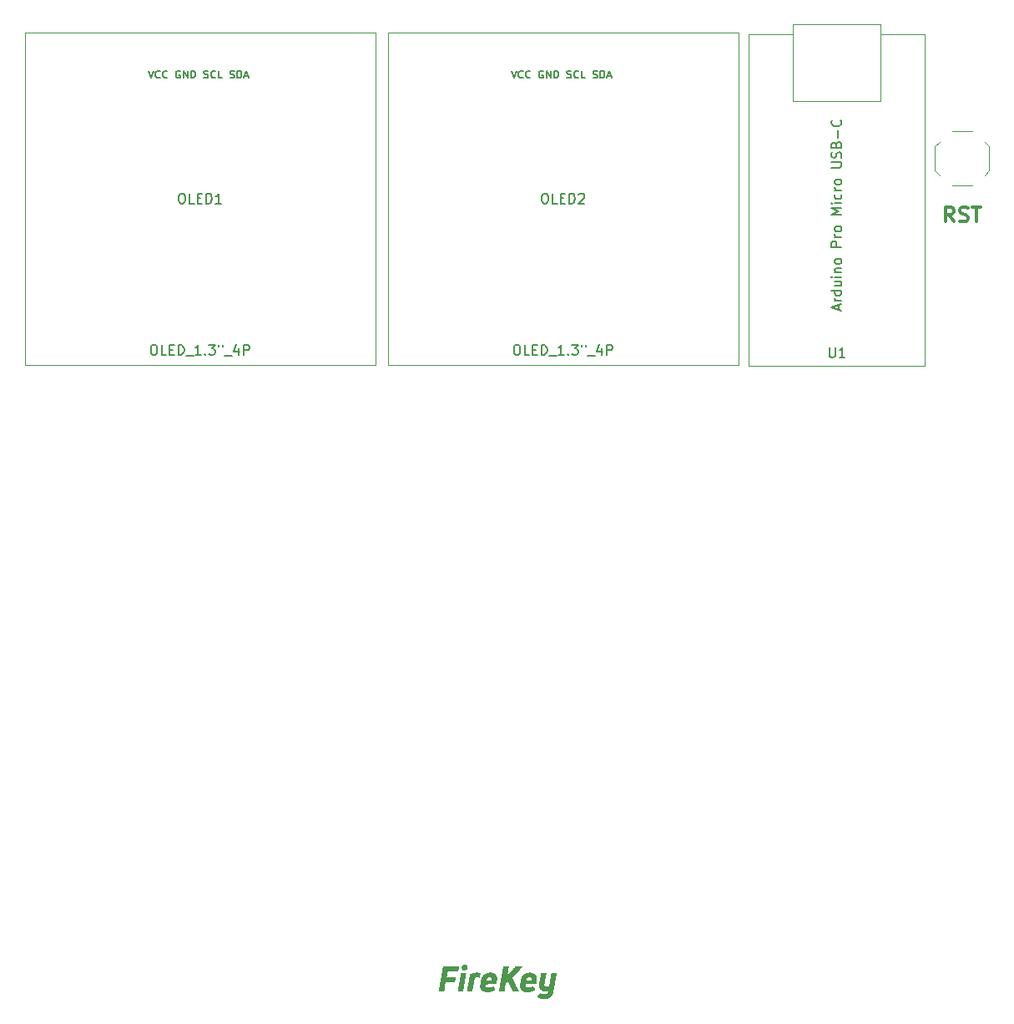
<source format=gbr>
%TF.GenerationSoftware,KiCad,Pcbnew,(6.0.9)*%
%TF.CreationDate,2022-12-25T13:57:41+01:00*%
%TF.ProjectId,FireKey,46697265-4b65-4792-9e6b-696361645f70,1.0.0*%
%TF.SameCoordinates,Original*%
%TF.FileFunction,Legend,Top*%
%TF.FilePolarity,Positive*%
%FSLAX46Y46*%
G04 Gerber Fmt 4.6, Leading zero omitted, Abs format (unit mm)*
G04 Created by KiCad (PCBNEW (6.0.9)) date 2022-12-25 13:57:41*
%MOMM*%
%LPD*%
G01*
G04 APERTURE LIST*
%ADD10C,0.160000*%
%ADD11C,0.300000*%
%ADD12C,0.150000*%
%ADD13C,0.120000*%
%ADD14C,2.700000*%
%ADD15C,1.778000*%
%ADD16C,4.000000*%
%ADD17C,1.700000*%
%ADD18C,2.200000*%
%ADD19R,1.000000X1.700000*%
G04 APERTURE END LIST*
D10*
X202555714Y-42769285D02*
X202805714Y-43519285D01*
X203055714Y-42769285D01*
X203734285Y-43447857D02*
X203698571Y-43483571D01*
X203591428Y-43519285D01*
X203520000Y-43519285D01*
X203412857Y-43483571D01*
X203341428Y-43412142D01*
X203305714Y-43340714D01*
X203270000Y-43197857D01*
X203270000Y-43090714D01*
X203305714Y-42947857D01*
X203341428Y-42876428D01*
X203412857Y-42805000D01*
X203520000Y-42769285D01*
X203591428Y-42769285D01*
X203698571Y-42805000D01*
X203734285Y-42840714D01*
X204484285Y-43447857D02*
X204448571Y-43483571D01*
X204341428Y-43519285D01*
X204270000Y-43519285D01*
X204162857Y-43483571D01*
X204091428Y-43412142D01*
X204055714Y-43340714D01*
X204020000Y-43197857D01*
X204020000Y-43090714D01*
X204055714Y-42947857D01*
X204091428Y-42876428D01*
X204162857Y-42805000D01*
X204270000Y-42769285D01*
X204341428Y-42769285D01*
X204448571Y-42805000D01*
X204484285Y-42840714D01*
X205770000Y-42805000D02*
X205698571Y-42769285D01*
X205591428Y-42769285D01*
X205484285Y-42805000D01*
X205412857Y-42876428D01*
X205377142Y-42947857D01*
X205341428Y-43090714D01*
X205341428Y-43197857D01*
X205377142Y-43340714D01*
X205412857Y-43412142D01*
X205484285Y-43483571D01*
X205591428Y-43519285D01*
X205662857Y-43519285D01*
X205770000Y-43483571D01*
X205805714Y-43447857D01*
X205805714Y-43197857D01*
X205662857Y-43197857D01*
X206127142Y-43519285D02*
X206127142Y-42769285D01*
X206555714Y-43519285D01*
X206555714Y-42769285D01*
X206912857Y-43519285D02*
X206912857Y-42769285D01*
X207091428Y-42769285D01*
X207198571Y-42805000D01*
X207270000Y-42876428D01*
X207305714Y-42947857D01*
X207341428Y-43090714D01*
X207341428Y-43197857D01*
X207305714Y-43340714D01*
X207270000Y-43412142D01*
X207198571Y-43483571D01*
X207091428Y-43519285D01*
X206912857Y-43519285D01*
X208198571Y-43483571D02*
X208305714Y-43519285D01*
X208484285Y-43519285D01*
X208555714Y-43483571D01*
X208591428Y-43447857D01*
X208627142Y-43376428D01*
X208627142Y-43305000D01*
X208591428Y-43233571D01*
X208555714Y-43197857D01*
X208484285Y-43162142D01*
X208341428Y-43126428D01*
X208270000Y-43090714D01*
X208234285Y-43055000D01*
X208198571Y-42983571D01*
X208198571Y-42912142D01*
X208234285Y-42840714D01*
X208270000Y-42805000D01*
X208341428Y-42769285D01*
X208520000Y-42769285D01*
X208627142Y-42805000D01*
X209377142Y-43447857D02*
X209341428Y-43483571D01*
X209234285Y-43519285D01*
X209162857Y-43519285D01*
X209055714Y-43483571D01*
X208984285Y-43412142D01*
X208948571Y-43340714D01*
X208912857Y-43197857D01*
X208912857Y-43090714D01*
X208948571Y-42947857D01*
X208984285Y-42876428D01*
X209055714Y-42805000D01*
X209162857Y-42769285D01*
X209234285Y-42769285D01*
X209341428Y-42805000D01*
X209377142Y-42840714D01*
X210055714Y-43519285D02*
X209698571Y-43519285D01*
X209698571Y-42769285D01*
X210841428Y-43483571D02*
X210948571Y-43519285D01*
X211127142Y-43519285D01*
X211198571Y-43483571D01*
X211234285Y-43447857D01*
X211270000Y-43376428D01*
X211270000Y-43305000D01*
X211234285Y-43233571D01*
X211198571Y-43197857D01*
X211127142Y-43162142D01*
X210984285Y-43126428D01*
X210912857Y-43090714D01*
X210877142Y-43055000D01*
X210841428Y-42983571D01*
X210841428Y-42912142D01*
X210877142Y-42840714D01*
X210912857Y-42805000D01*
X210984285Y-42769285D01*
X211162857Y-42769285D01*
X211270000Y-42805000D01*
X211591428Y-43519285D02*
X211591428Y-42769285D01*
X211770000Y-42769285D01*
X211877142Y-42805000D01*
X211948571Y-42876428D01*
X211984285Y-42947857D01*
X212020000Y-43090714D01*
X212020000Y-43197857D01*
X211984285Y-43340714D01*
X211948571Y-43412142D01*
X211877142Y-43483571D01*
X211770000Y-43519285D01*
X211591428Y-43519285D01*
X212305714Y-43305000D02*
X212662857Y-43305000D01*
X212234285Y-43519285D02*
X212484285Y-42769285D01*
X212734285Y-43519285D01*
X165725714Y-42769285D02*
X165975714Y-43519285D01*
X166225714Y-42769285D01*
X166904285Y-43447857D02*
X166868571Y-43483571D01*
X166761428Y-43519285D01*
X166690000Y-43519285D01*
X166582857Y-43483571D01*
X166511428Y-43412142D01*
X166475714Y-43340714D01*
X166440000Y-43197857D01*
X166440000Y-43090714D01*
X166475714Y-42947857D01*
X166511428Y-42876428D01*
X166582857Y-42805000D01*
X166690000Y-42769285D01*
X166761428Y-42769285D01*
X166868571Y-42805000D01*
X166904285Y-42840714D01*
X167654285Y-43447857D02*
X167618571Y-43483571D01*
X167511428Y-43519285D01*
X167440000Y-43519285D01*
X167332857Y-43483571D01*
X167261428Y-43412142D01*
X167225714Y-43340714D01*
X167190000Y-43197857D01*
X167190000Y-43090714D01*
X167225714Y-42947857D01*
X167261428Y-42876428D01*
X167332857Y-42805000D01*
X167440000Y-42769285D01*
X167511428Y-42769285D01*
X167618571Y-42805000D01*
X167654285Y-42840714D01*
X168940000Y-42805000D02*
X168868571Y-42769285D01*
X168761428Y-42769285D01*
X168654285Y-42805000D01*
X168582857Y-42876428D01*
X168547142Y-42947857D01*
X168511428Y-43090714D01*
X168511428Y-43197857D01*
X168547142Y-43340714D01*
X168582857Y-43412142D01*
X168654285Y-43483571D01*
X168761428Y-43519285D01*
X168832857Y-43519285D01*
X168940000Y-43483571D01*
X168975714Y-43447857D01*
X168975714Y-43197857D01*
X168832857Y-43197857D01*
X169297142Y-43519285D02*
X169297142Y-42769285D01*
X169725714Y-43519285D01*
X169725714Y-42769285D01*
X170082857Y-43519285D02*
X170082857Y-42769285D01*
X170261428Y-42769285D01*
X170368571Y-42805000D01*
X170440000Y-42876428D01*
X170475714Y-42947857D01*
X170511428Y-43090714D01*
X170511428Y-43197857D01*
X170475714Y-43340714D01*
X170440000Y-43412142D01*
X170368571Y-43483571D01*
X170261428Y-43519285D01*
X170082857Y-43519285D01*
X171368571Y-43483571D02*
X171475714Y-43519285D01*
X171654285Y-43519285D01*
X171725714Y-43483571D01*
X171761428Y-43447857D01*
X171797142Y-43376428D01*
X171797142Y-43305000D01*
X171761428Y-43233571D01*
X171725714Y-43197857D01*
X171654285Y-43162142D01*
X171511428Y-43126428D01*
X171440000Y-43090714D01*
X171404285Y-43055000D01*
X171368571Y-42983571D01*
X171368571Y-42912142D01*
X171404285Y-42840714D01*
X171440000Y-42805000D01*
X171511428Y-42769285D01*
X171690000Y-42769285D01*
X171797142Y-42805000D01*
X172547142Y-43447857D02*
X172511428Y-43483571D01*
X172404285Y-43519285D01*
X172332857Y-43519285D01*
X172225714Y-43483571D01*
X172154285Y-43412142D01*
X172118571Y-43340714D01*
X172082857Y-43197857D01*
X172082857Y-43090714D01*
X172118571Y-42947857D01*
X172154285Y-42876428D01*
X172225714Y-42805000D01*
X172332857Y-42769285D01*
X172404285Y-42769285D01*
X172511428Y-42805000D01*
X172547142Y-42840714D01*
X173225714Y-43519285D02*
X172868571Y-43519285D01*
X172868571Y-42769285D01*
X174011428Y-43483571D02*
X174118571Y-43519285D01*
X174297142Y-43519285D01*
X174368571Y-43483571D01*
X174404285Y-43447857D01*
X174440000Y-43376428D01*
X174440000Y-43305000D01*
X174404285Y-43233571D01*
X174368571Y-43197857D01*
X174297142Y-43162142D01*
X174154285Y-43126428D01*
X174082857Y-43090714D01*
X174047142Y-43055000D01*
X174011428Y-42983571D01*
X174011428Y-42912142D01*
X174047142Y-42840714D01*
X174082857Y-42805000D01*
X174154285Y-42769285D01*
X174332857Y-42769285D01*
X174440000Y-42805000D01*
X174761428Y-43519285D02*
X174761428Y-42769285D01*
X174940000Y-42769285D01*
X175047142Y-42805000D01*
X175118571Y-42876428D01*
X175154285Y-42947857D01*
X175190000Y-43090714D01*
X175190000Y-43197857D01*
X175154285Y-43340714D01*
X175118571Y-43412142D01*
X175047142Y-43483571D01*
X174940000Y-43519285D01*
X174761428Y-43519285D01*
X175475714Y-43305000D02*
X175832857Y-43305000D01*
X175404285Y-43519285D02*
X175654285Y-42769285D01*
X175904285Y-43519285D01*
D11*
X247463571Y-58082571D02*
X246963571Y-57368285D01*
X246606428Y-58082571D02*
X246606428Y-56582571D01*
X247177857Y-56582571D01*
X247320714Y-56654000D01*
X247392142Y-56725428D01*
X247463571Y-56868285D01*
X247463571Y-57082571D01*
X247392142Y-57225428D01*
X247320714Y-57296857D01*
X247177857Y-57368285D01*
X246606428Y-57368285D01*
X248035000Y-58011142D02*
X248249285Y-58082571D01*
X248606428Y-58082571D01*
X248749285Y-58011142D01*
X248820714Y-57939714D01*
X248892142Y-57796857D01*
X248892142Y-57654000D01*
X248820714Y-57511142D01*
X248749285Y-57439714D01*
X248606428Y-57368285D01*
X248320714Y-57296857D01*
X248177857Y-57225428D01*
X248106428Y-57154000D01*
X248035000Y-57011142D01*
X248035000Y-56868285D01*
X248106428Y-56725428D01*
X248177857Y-56654000D01*
X248320714Y-56582571D01*
X248677857Y-56582571D01*
X248892142Y-56654000D01*
X249320714Y-56582571D02*
X250177857Y-56582571D01*
X249749285Y-58082571D02*
X249749285Y-56582571D01*
D12*
%TO.C,OLED2*%
X205876428Y-55227380D02*
X206066904Y-55227380D01*
X206162142Y-55275000D01*
X206257380Y-55370238D01*
X206305000Y-55560714D01*
X206305000Y-55894047D01*
X206257380Y-56084523D01*
X206162142Y-56179761D01*
X206066904Y-56227380D01*
X205876428Y-56227380D01*
X205781190Y-56179761D01*
X205685952Y-56084523D01*
X205638333Y-55894047D01*
X205638333Y-55560714D01*
X205685952Y-55370238D01*
X205781190Y-55275000D01*
X205876428Y-55227380D01*
X207209761Y-56227380D02*
X206733571Y-56227380D01*
X206733571Y-55227380D01*
X207543095Y-55703571D02*
X207876428Y-55703571D01*
X208019285Y-56227380D02*
X207543095Y-56227380D01*
X207543095Y-55227380D01*
X208019285Y-55227380D01*
X208447857Y-56227380D02*
X208447857Y-55227380D01*
X208685952Y-55227380D01*
X208828809Y-55275000D01*
X208924047Y-55370238D01*
X208971666Y-55465476D01*
X209019285Y-55655952D01*
X209019285Y-55798809D01*
X208971666Y-55989285D01*
X208924047Y-56084523D01*
X208828809Y-56179761D01*
X208685952Y-56227380D01*
X208447857Y-56227380D01*
X209400238Y-55322619D02*
X209447857Y-55275000D01*
X209543095Y-55227380D01*
X209781190Y-55227380D01*
X209876428Y-55275000D01*
X209924047Y-55322619D01*
X209971666Y-55417857D01*
X209971666Y-55513095D01*
X209924047Y-55655952D01*
X209352619Y-56227380D01*
X209971666Y-56227380D01*
X203043095Y-70567380D02*
X203233571Y-70567380D01*
X203328809Y-70615000D01*
X203424047Y-70710238D01*
X203471666Y-70900714D01*
X203471666Y-71234047D01*
X203424047Y-71424523D01*
X203328809Y-71519761D01*
X203233571Y-71567380D01*
X203043095Y-71567380D01*
X202947857Y-71519761D01*
X202852619Y-71424523D01*
X202805000Y-71234047D01*
X202805000Y-70900714D01*
X202852619Y-70710238D01*
X202947857Y-70615000D01*
X203043095Y-70567380D01*
X204376428Y-71567380D02*
X203900238Y-71567380D01*
X203900238Y-70567380D01*
X204709761Y-71043571D02*
X205043095Y-71043571D01*
X205185952Y-71567380D02*
X204709761Y-71567380D01*
X204709761Y-70567380D01*
X205185952Y-70567380D01*
X205614523Y-71567380D02*
X205614523Y-70567380D01*
X205852619Y-70567380D01*
X205995476Y-70615000D01*
X206090714Y-70710238D01*
X206138333Y-70805476D01*
X206185952Y-70995952D01*
X206185952Y-71138809D01*
X206138333Y-71329285D01*
X206090714Y-71424523D01*
X205995476Y-71519761D01*
X205852619Y-71567380D01*
X205614523Y-71567380D01*
X206376428Y-71662619D02*
X207138333Y-71662619D01*
X207900238Y-71567380D02*
X207328809Y-71567380D01*
X207614523Y-71567380D02*
X207614523Y-70567380D01*
X207519285Y-70710238D01*
X207424047Y-70805476D01*
X207328809Y-70853095D01*
X208328809Y-71472142D02*
X208376428Y-71519761D01*
X208328809Y-71567380D01*
X208281190Y-71519761D01*
X208328809Y-71472142D01*
X208328809Y-71567380D01*
X208709761Y-70567380D02*
X209328809Y-70567380D01*
X208995476Y-70948333D01*
X209138333Y-70948333D01*
X209233571Y-70995952D01*
X209281190Y-71043571D01*
X209328809Y-71138809D01*
X209328809Y-71376904D01*
X209281190Y-71472142D01*
X209233571Y-71519761D01*
X209138333Y-71567380D01*
X208852619Y-71567380D01*
X208757380Y-71519761D01*
X208709761Y-71472142D01*
X209709761Y-70567380D02*
X209709761Y-70757857D01*
X210090714Y-70567380D02*
X210090714Y-70757857D01*
X210281190Y-71662619D02*
X211043095Y-71662619D01*
X211709761Y-70900714D02*
X211709761Y-71567380D01*
X211471666Y-70519761D02*
X211233571Y-71234047D01*
X211852619Y-71234047D01*
X212233571Y-71567380D02*
X212233571Y-70567380D01*
X212614523Y-70567380D01*
X212709761Y-70615000D01*
X212757380Y-70662619D01*
X212805000Y-70757857D01*
X212805000Y-70900714D01*
X212757380Y-70995952D01*
X212709761Y-71043571D01*
X212614523Y-71091190D01*
X212233571Y-71091190D01*
%TO.C,U1*%
X234823095Y-70826380D02*
X234823095Y-71635904D01*
X234870714Y-71731142D01*
X234918333Y-71778761D01*
X235013571Y-71826380D01*
X235204047Y-71826380D01*
X235299285Y-71778761D01*
X235346904Y-71731142D01*
X235394523Y-71635904D01*
X235394523Y-70826380D01*
X236394523Y-71826380D02*
X235823095Y-71826380D01*
X236108809Y-71826380D02*
X236108809Y-70826380D01*
X236013571Y-70969238D01*
X235918333Y-71064476D01*
X235823095Y-71112095D01*
X235751666Y-67023047D02*
X235751666Y-66546857D01*
X236037380Y-67118285D02*
X235037380Y-66784952D01*
X236037380Y-66451619D01*
X236037380Y-66118285D02*
X235370714Y-66118285D01*
X235561190Y-66118285D02*
X235465952Y-66070666D01*
X235418333Y-66023047D01*
X235370714Y-65927809D01*
X235370714Y-65832571D01*
X236037380Y-65070666D02*
X235037380Y-65070666D01*
X235989761Y-65070666D02*
X236037380Y-65165904D01*
X236037380Y-65356380D01*
X235989761Y-65451619D01*
X235942142Y-65499238D01*
X235846904Y-65546857D01*
X235561190Y-65546857D01*
X235465952Y-65499238D01*
X235418333Y-65451619D01*
X235370714Y-65356380D01*
X235370714Y-65165904D01*
X235418333Y-65070666D01*
X235370714Y-64165904D02*
X236037380Y-64165904D01*
X235370714Y-64594476D02*
X235894523Y-64594476D01*
X235989761Y-64546857D01*
X236037380Y-64451619D01*
X236037380Y-64308761D01*
X235989761Y-64213523D01*
X235942142Y-64165904D01*
X236037380Y-63689714D02*
X235370714Y-63689714D01*
X235037380Y-63689714D02*
X235085000Y-63737333D01*
X235132619Y-63689714D01*
X235085000Y-63642095D01*
X235037380Y-63689714D01*
X235132619Y-63689714D01*
X235370714Y-63213523D02*
X236037380Y-63213523D01*
X235465952Y-63213523D02*
X235418333Y-63165904D01*
X235370714Y-63070666D01*
X235370714Y-62927809D01*
X235418333Y-62832571D01*
X235513571Y-62784952D01*
X236037380Y-62784952D01*
X236037380Y-62165904D02*
X235989761Y-62261142D01*
X235942142Y-62308761D01*
X235846904Y-62356380D01*
X235561190Y-62356380D01*
X235465952Y-62308761D01*
X235418333Y-62261142D01*
X235370714Y-62165904D01*
X235370714Y-62023047D01*
X235418333Y-61927809D01*
X235465952Y-61880190D01*
X235561190Y-61832571D01*
X235846904Y-61832571D01*
X235942142Y-61880190D01*
X235989761Y-61927809D01*
X236037380Y-62023047D01*
X236037380Y-62165904D01*
X236037380Y-60642095D02*
X235037380Y-60642095D01*
X235037380Y-60261142D01*
X235085000Y-60165904D01*
X235132619Y-60118285D01*
X235227857Y-60070666D01*
X235370714Y-60070666D01*
X235465952Y-60118285D01*
X235513571Y-60165904D01*
X235561190Y-60261142D01*
X235561190Y-60642095D01*
X236037380Y-59642095D02*
X235370714Y-59642095D01*
X235561190Y-59642095D02*
X235465952Y-59594476D01*
X235418333Y-59546857D01*
X235370714Y-59451619D01*
X235370714Y-59356380D01*
X236037380Y-58880190D02*
X235989761Y-58975428D01*
X235942142Y-59023047D01*
X235846904Y-59070666D01*
X235561190Y-59070666D01*
X235465952Y-59023047D01*
X235418333Y-58975428D01*
X235370714Y-58880190D01*
X235370714Y-58737333D01*
X235418333Y-58642095D01*
X235465952Y-58594476D01*
X235561190Y-58546857D01*
X235846904Y-58546857D01*
X235942142Y-58594476D01*
X235989761Y-58642095D01*
X236037380Y-58737333D01*
X236037380Y-58880190D01*
X236037380Y-57356380D02*
X235037380Y-57356380D01*
X235751666Y-57023047D01*
X235037380Y-56689714D01*
X236037380Y-56689714D01*
X236037380Y-56213523D02*
X235370714Y-56213523D01*
X235037380Y-56213523D02*
X235085000Y-56261142D01*
X235132619Y-56213523D01*
X235085000Y-56165904D01*
X235037380Y-56213523D01*
X235132619Y-56213523D01*
X235989761Y-55308761D02*
X236037380Y-55404000D01*
X236037380Y-55594476D01*
X235989761Y-55689714D01*
X235942142Y-55737333D01*
X235846904Y-55784952D01*
X235561190Y-55784952D01*
X235465952Y-55737333D01*
X235418333Y-55689714D01*
X235370714Y-55594476D01*
X235370714Y-55404000D01*
X235418333Y-55308761D01*
X236037380Y-54880190D02*
X235370714Y-54880190D01*
X235561190Y-54880190D02*
X235465952Y-54832571D01*
X235418333Y-54784952D01*
X235370714Y-54689714D01*
X235370714Y-54594476D01*
X236037380Y-54118285D02*
X235989761Y-54213523D01*
X235942142Y-54261142D01*
X235846904Y-54308761D01*
X235561190Y-54308761D01*
X235465952Y-54261142D01*
X235418333Y-54213523D01*
X235370714Y-54118285D01*
X235370714Y-53975428D01*
X235418333Y-53880190D01*
X235465952Y-53832571D01*
X235561190Y-53784952D01*
X235846904Y-53784952D01*
X235942142Y-53832571D01*
X235989761Y-53880190D01*
X236037380Y-53975428D01*
X236037380Y-54118285D01*
X235037380Y-52594476D02*
X235846904Y-52594476D01*
X235942142Y-52546857D01*
X235989761Y-52499238D01*
X236037380Y-52404000D01*
X236037380Y-52213523D01*
X235989761Y-52118285D01*
X235942142Y-52070666D01*
X235846904Y-52023047D01*
X235037380Y-52023047D01*
X235989761Y-51594476D02*
X236037380Y-51451619D01*
X236037380Y-51213523D01*
X235989761Y-51118285D01*
X235942142Y-51070666D01*
X235846904Y-51023047D01*
X235751666Y-51023047D01*
X235656428Y-51070666D01*
X235608809Y-51118285D01*
X235561190Y-51213523D01*
X235513571Y-51404000D01*
X235465952Y-51499238D01*
X235418333Y-51546857D01*
X235323095Y-51594476D01*
X235227857Y-51594476D01*
X235132619Y-51546857D01*
X235085000Y-51499238D01*
X235037380Y-51404000D01*
X235037380Y-51165904D01*
X235085000Y-51023047D01*
X235513571Y-50261142D02*
X235561190Y-50118285D01*
X235608809Y-50070666D01*
X235704047Y-50023047D01*
X235846904Y-50023047D01*
X235942142Y-50070666D01*
X235989761Y-50118285D01*
X236037380Y-50213523D01*
X236037380Y-50594476D01*
X235037380Y-50594476D01*
X235037380Y-50261142D01*
X235085000Y-50165904D01*
X235132619Y-50118285D01*
X235227857Y-50070666D01*
X235323095Y-50070666D01*
X235418333Y-50118285D01*
X235465952Y-50165904D01*
X235513571Y-50261142D01*
X235513571Y-50594476D01*
X235656428Y-49594476D02*
X235656428Y-48832571D01*
X235942142Y-47784952D02*
X235989761Y-47832571D01*
X236037380Y-47975428D01*
X236037380Y-48070666D01*
X235989761Y-48213523D01*
X235894523Y-48308761D01*
X235799285Y-48356380D01*
X235608809Y-48404000D01*
X235465952Y-48404000D01*
X235275476Y-48356380D01*
X235180238Y-48308761D01*
X235085000Y-48213523D01*
X235037380Y-48070666D01*
X235037380Y-47975428D01*
X235085000Y-47832571D01*
X235132619Y-47784952D01*
%TO.C,OLED1*%
X169046428Y-55227380D02*
X169236904Y-55227380D01*
X169332142Y-55275000D01*
X169427380Y-55370238D01*
X169475000Y-55560714D01*
X169475000Y-55894047D01*
X169427380Y-56084523D01*
X169332142Y-56179761D01*
X169236904Y-56227380D01*
X169046428Y-56227380D01*
X168951190Y-56179761D01*
X168855952Y-56084523D01*
X168808333Y-55894047D01*
X168808333Y-55560714D01*
X168855952Y-55370238D01*
X168951190Y-55275000D01*
X169046428Y-55227380D01*
X170379761Y-56227380D02*
X169903571Y-56227380D01*
X169903571Y-55227380D01*
X170713095Y-55703571D02*
X171046428Y-55703571D01*
X171189285Y-56227380D02*
X170713095Y-56227380D01*
X170713095Y-55227380D01*
X171189285Y-55227380D01*
X171617857Y-56227380D02*
X171617857Y-55227380D01*
X171855952Y-55227380D01*
X171998809Y-55275000D01*
X172094047Y-55370238D01*
X172141666Y-55465476D01*
X172189285Y-55655952D01*
X172189285Y-55798809D01*
X172141666Y-55989285D01*
X172094047Y-56084523D01*
X171998809Y-56179761D01*
X171855952Y-56227380D01*
X171617857Y-56227380D01*
X173141666Y-56227380D02*
X172570238Y-56227380D01*
X172855952Y-56227380D02*
X172855952Y-55227380D01*
X172760714Y-55370238D01*
X172665476Y-55465476D01*
X172570238Y-55513095D01*
X166213095Y-70567380D02*
X166403571Y-70567380D01*
X166498809Y-70615000D01*
X166594047Y-70710238D01*
X166641666Y-70900714D01*
X166641666Y-71234047D01*
X166594047Y-71424523D01*
X166498809Y-71519761D01*
X166403571Y-71567380D01*
X166213095Y-71567380D01*
X166117857Y-71519761D01*
X166022619Y-71424523D01*
X165975000Y-71234047D01*
X165975000Y-70900714D01*
X166022619Y-70710238D01*
X166117857Y-70615000D01*
X166213095Y-70567380D01*
X167546428Y-71567380D02*
X167070238Y-71567380D01*
X167070238Y-70567380D01*
X167879761Y-71043571D02*
X168213095Y-71043571D01*
X168355952Y-71567380D02*
X167879761Y-71567380D01*
X167879761Y-70567380D01*
X168355952Y-70567380D01*
X168784523Y-71567380D02*
X168784523Y-70567380D01*
X169022619Y-70567380D01*
X169165476Y-70615000D01*
X169260714Y-70710238D01*
X169308333Y-70805476D01*
X169355952Y-70995952D01*
X169355952Y-71138809D01*
X169308333Y-71329285D01*
X169260714Y-71424523D01*
X169165476Y-71519761D01*
X169022619Y-71567380D01*
X168784523Y-71567380D01*
X169546428Y-71662619D02*
X170308333Y-71662619D01*
X171070238Y-71567380D02*
X170498809Y-71567380D01*
X170784523Y-71567380D02*
X170784523Y-70567380D01*
X170689285Y-70710238D01*
X170594047Y-70805476D01*
X170498809Y-70853095D01*
X171498809Y-71472142D02*
X171546428Y-71519761D01*
X171498809Y-71567380D01*
X171451190Y-71519761D01*
X171498809Y-71472142D01*
X171498809Y-71567380D01*
X171879761Y-70567380D02*
X172498809Y-70567380D01*
X172165476Y-70948333D01*
X172308333Y-70948333D01*
X172403571Y-70995952D01*
X172451190Y-71043571D01*
X172498809Y-71138809D01*
X172498809Y-71376904D01*
X172451190Y-71472142D01*
X172403571Y-71519761D01*
X172308333Y-71567380D01*
X172022619Y-71567380D01*
X171927380Y-71519761D01*
X171879761Y-71472142D01*
X172879761Y-70567380D02*
X172879761Y-70757857D01*
X173260714Y-70567380D02*
X173260714Y-70757857D01*
X173451190Y-71662619D02*
X174213095Y-71662619D01*
X174879761Y-70900714D02*
X174879761Y-71567380D01*
X174641666Y-70519761D02*
X174403571Y-71234047D01*
X175022619Y-71234047D01*
X175403571Y-71567380D02*
X175403571Y-70567380D01*
X175784523Y-70567380D01*
X175879761Y-70615000D01*
X175927380Y-70662619D01*
X175975000Y-70757857D01*
X175975000Y-70900714D01*
X175927380Y-70995952D01*
X175879761Y-71043571D01*
X175784523Y-71091190D01*
X175403571Y-71091190D01*
D13*
%TO.C,OLED2*%
X190025000Y-38875000D02*
X190025000Y-72575000D01*
X225585000Y-72575000D02*
X225585000Y-38875000D01*
X225585000Y-38875000D02*
X190025000Y-38875000D01*
X190025000Y-72575000D02*
X225585000Y-72575000D01*
%TO.C,SW1*%
X245980000Y-49964000D02*
X245530000Y-50414000D01*
X250580000Y-53364000D02*
X251030000Y-52914000D01*
X245980000Y-53364000D02*
X245530000Y-52914000D01*
X247280000Y-54414000D02*
X249280000Y-54414000D01*
X247280000Y-48914000D02*
X249280000Y-48914000D01*
X251030000Y-52914000D02*
X251030000Y-50414000D01*
X245530000Y-52914000D02*
X245530000Y-50414000D01*
X250580000Y-49964000D02*
X251030000Y-50414000D01*
%TO.C,Logo2*%
G36*
X197959473Y-134257277D02*
G01*
X197972095Y-134267192D01*
X197979864Y-134280050D01*
X197983034Y-134296313D01*
X197983139Y-134300409D01*
X197982634Y-134304473D01*
X197981151Y-134314021D01*
X197978739Y-134328782D01*
X197975444Y-134348487D01*
X197971313Y-134372866D01*
X197966396Y-134401649D01*
X197960738Y-134434567D01*
X197954389Y-134471350D01*
X197947395Y-134511729D01*
X197939804Y-134555432D01*
X197931663Y-134602192D01*
X197923021Y-134651737D01*
X197913925Y-134703799D01*
X197904422Y-134758107D01*
X197894559Y-134814392D01*
X197884386Y-134872383D01*
X197873949Y-134931812D01*
X197863295Y-134992409D01*
X197852473Y-135053903D01*
X197841530Y-135116025D01*
X197830513Y-135178505D01*
X197819471Y-135241074D01*
X197808450Y-135303462D01*
X197797499Y-135365399D01*
X197786664Y-135426615D01*
X197775995Y-135486841D01*
X197765537Y-135545806D01*
X197755339Y-135603242D01*
X197745448Y-135658878D01*
X197735913Y-135712444D01*
X197726780Y-135763671D01*
X197718097Y-135812289D01*
X197709911Y-135858029D01*
X197702271Y-135900620D01*
X197695224Y-135939793D01*
X197688818Y-135975279D01*
X197683099Y-136006806D01*
X197678117Y-136034107D01*
X197673917Y-136056910D01*
X197670549Y-136074946D01*
X197668059Y-136087946D01*
X197666495Y-136095639D01*
X197666033Y-136097556D01*
X197658781Y-136113159D01*
X197647855Y-136126298D01*
X197634529Y-136135616D01*
X197627720Y-136138314D01*
X197623838Y-136139024D01*
X197617040Y-136139641D01*
X197607025Y-136140172D01*
X197593491Y-136140621D01*
X197576135Y-136140991D01*
X197554655Y-136141288D01*
X197528750Y-136141516D01*
X197498118Y-136141679D01*
X197462455Y-136141782D01*
X197421462Y-136141830D01*
X197389656Y-136141832D01*
X197347834Y-136141814D01*
X197311452Y-136141780D01*
X197280109Y-136141720D01*
X197253400Y-136141625D01*
X197230924Y-136141485D01*
X197212276Y-136141293D01*
X197197055Y-136141037D01*
X197184857Y-136140710D01*
X197175279Y-136140302D01*
X197167918Y-136139804D01*
X197162371Y-136139207D01*
X197158236Y-136138500D01*
X197155109Y-136137677D01*
X197152588Y-136136726D01*
X197151861Y-136136401D01*
X197138403Y-136128023D01*
X197129535Y-136116984D01*
X197124818Y-136102530D01*
X197123740Y-136087841D01*
X197124249Y-136083822D01*
X197125742Y-136074272D01*
X197128180Y-136059416D01*
X197131523Y-136039476D01*
X197135733Y-136014677D01*
X197140771Y-135985241D01*
X197146598Y-135951392D01*
X197153175Y-135913354D01*
X197160463Y-135871350D01*
X197168424Y-135825603D01*
X197177017Y-135776337D01*
X197186205Y-135723775D01*
X197195948Y-135668141D01*
X197206207Y-135609658D01*
X197216944Y-135548550D01*
X197228119Y-135485039D01*
X197239693Y-135419351D01*
X197251628Y-135351707D01*
X197263885Y-135282332D01*
X197276424Y-135211448D01*
X197281887Y-135180594D01*
X197297126Y-135094523D01*
X197311375Y-135014017D01*
X197324669Y-134938889D01*
X197337048Y-134868952D01*
X197348548Y-134804018D01*
X197359208Y-134743901D01*
X197369066Y-134688412D01*
X197378158Y-134637366D01*
X197386524Y-134590575D01*
X197394199Y-134547851D01*
X197401224Y-134509007D01*
X197407634Y-134473856D01*
X197413468Y-134442211D01*
X197418763Y-134413885D01*
X197423558Y-134388690D01*
X197427889Y-134366439D01*
X197431796Y-134346946D01*
X197435315Y-134330022D01*
X197438484Y-134315480D01*
X197441341Y-134303134D01*
X197443924Y-134292796D01*
X197446270Y-134284279D01*
X197448418Y-134277395D01*
X197450404Y-134271958D01*
X197452267Y-134267780D01*
X197454045Y-134264675D01*
X197455774Y-134262453D01*
X197457494Y-134260930D01*
X197459241Y-134259917D01*
X197461054Y-134259227D01*
X197462970Y-134258673D01*
X197465026Y-134258067D01*
X197467262Y-134257223D01*
X197468114Y-134256827D01*
X197482034Y-134249972D01*
X197946615Y-134249972D01*
X197959473Y-134257277D01*
G37*
G36*
X199118190Y-134199695D02*
G01*
X199185909Y-134202871D01*
X199252464Y-134209368D01*
X199319782Y-134219351D01*
X199356820Y-134226187D01*
X199378019Y-134230778D01*
X199394309Y-134235418D01*
X199406614Y-134240529D01*
X199415858Y-134246532D01*
X199422962Y-134253849D01*
X199425637Y-134257575D01*
X199430356Y-134265942D01*
X199432683Y-134274262D01*
X199433309Y-134285227D01*
X199433296Y-134287467D01*
X199432707Y-134294642D01*
X199431114Y-134306756D01*
X199428626Y-134323208D01*
X199425358Y-134343400D01*
X199421421Y-134366729D01*
X199416926Y-134392596D01*
X199411986Y-134420401D01*
X199406713Y-134449541D01*
X199401219Y-134479419D01*
X199395615Y-134509431D01*
X199390014Y-134538979D01*
X199384527Y-134567462D01*
X199379267Y-134594280D01*
X199374345Y-134618831D01*
X199369874Y-134640516D01*
X199365965Y-134658733D01*
X199362730Y-134672883D01*
X199360282Y-134682366D01*
X199358943Y-134686231D01*
X199349003Y-134699395D01*
X199339677Y-134706340D01*
X199332082Y-134710055D01*
X199323522Y-134712555D01*
X199313179Y-134713854D01*
X199300233Y-134713964D01*
X199283867Y-134712899D01*
X199263263Y-134710675D01*
X199242474Y-134707973D01*
X199177682Y-134700840D01*
X199115698Y-134697452D01*
X199056915Y-134697803D01*
X199001723Y-134701885D01*
X198950515Y-134709693D01*
X198933915Y-134713233D01*
X198918895Y-134716968D01*
X198902882Y-134721415D01*
X198887073Y-134726189D01*
X198872668Y-134730906D01*
X198860863Y-134735179D01*
X198852859Y-134738624D01*
X198850487Y-134740045D01*
X198849707Y-134741831D01*
X198848469Y-134746410D01*
X198846744Y-134753945D01*
X198844501Y-134764599D01*
X198841710Y-134778537D01*
X198838342Y-134795923D01*
X198834367Y-134816920D01*
X198829755Y-134841692D01*
X198824476Y-134870403D01*
X198818501Y-134903217D01*
X198811799Y-134940297D01*
X198804341Y-134981808D01*
X198796097Y-135027912D01*
X198787038Y-135078775D01*
X198777132Y-135134559D01*
X198766351Y-135195429D01*
X198754665Y-135261549D01*
X198742044Y-135333081D01*
X198728458Y-135410191D01*
X198726977Y-135418601D01*
X198714687Y-135488330D01*
X198702846Y-135555355D01*
X198691491Y-135619482D01*
X198680654Y-135680520D01*
X198670372Y-135738277D01*
X198660679Y-135792560D01*
X198651610Y-135843177D01*
X198643198Y-135889935D01*
X198635480Y-135932643D01*
X198628490Y-135971107D01*
X198622263Y-136005136D01*
X198616832Y-136034537D01*
X198612234Y-136059118D01*
X198608503Y-136078687D01*
X198605673Y-136093051D01*
X198603780Y-136102018D01*
X198602920Y-136105285D01*
X198594570Y-136118836D01*
X198583137Y-136130248D01*
X198570431Y-136137736D01*
X198569717Y-136138004D01*
X198566075Y-136138695D01*
X198559023Y-136139303D01*
X198548300Y-136139832D01*
X198533646Y-136140285D01*
X198514800Y-136140668D01*
X198491503Y-136140983D01*
X198463493Y-136141236D01*
X198430511Y-136141429D01*
X198392295Y-136141568D01*
X198348587Y-136141655D01*
X198332193Y-136141674D01*
X198104174Y-136141896D01*
X198091161Y-136135322D01*
X198077307Y-136125267D01*
X198067509Y-136111617D01*
X198063106Y-136098505D01*
X198063185Y-136095628D01*
X198063888Y-136089324D01*
X198065237Y-136079465D01*
X198067253Y-136065924D01*
X198069958Y-136048574D01*
X198073374Y-136027287D01*
X198077522Y-136001936D01*
X198082424Y-135972393D01*
X198088100Y-135938532D01*
X198094573Y-135900224D01*
X198101865Y-135857343D01*
X198109996Y-135809761D01*
X198118989Y-135757350D01*
X198128864Y-135699984D01*
X198139644Y-135637535D01*
X198151350Y-135569875D01*
X198164004Y-135496877D01*
X198177626Y-135418414D01*
X198192239Y-135334359D01*
X198196363Y-135310651D01*
X198211246Y-135225115D01*
X198225159Y-135145146D01*
X198238135Y-135070556D01*
X198250209Y-135001156D01*
X198261414Y-134936756D01*
X198271785Y-134877169D01*
X198281355Y-134822204D01*
X198290158Y-134771672D01*
X198298229Y-134725385D01*
X198305600Y-134683154D01*
X198312307Y-134644789D01*
X198318382Y-134610102D01*
X198323860Y-134578903D01*
X198328775Y-134551003D01*
X198333160Y-134526214D01*
X198337050Y-134504346D01*
X198340478Y-134485211D01*
X198343478Y-134468619D01*
X198346085Y-134454381D01*
X198348331Y-134442308D01*
X198350252Y-134432211D01*
X198351880Y-134423902D01*
X198353251Y-134417191D01*
X198354397Y-134411888D01*
X198355352Y-134407806D01*
X198356151Y-134404755D01*
X198356828Y-134402545D01*
X198357416Y-134400989D01*
X198357949Y-134399896D01*
X198358461Y-134399078D01*
X198358987Y-134398346D01*
X198359559Y-134397511D01*
X198360212Y-134396384D01*
X198360412Y-134395993D01*
X198367316Y-134384360D01*
X198376100Y-134373976D01*
X198387516Y-134364292D01*
X198402316Y-134354757D01*
X198421251Y-134344822D01*
X198445072Y-134333937D01*
X198445378Y-134333803D01*
X198535577Y-134297480D01*
X198625918Y-134266948D01*
X198716634Y-134242155D01*
X198807956Y-134223050D01*
X198900118Y-134209581D01*
X198993352Y-134201696D01*
X199047378Y-134199674D01*
X199118190Y-134199695D01*
G37*
G36*
X197863065Y-133380066D02*
G01*
X197899262Y-133384520D01*
X197921411Y-133389569D01*
X197958058Y-133402606D01*
X197991403Y-133420340D01*
X198021177Y-133442476D01*
X198047110Y-133468716D01*
X198068933Y-133498763D01*
X198086376Y-133532320D01*
X198099169Y-133569090D01*
X198104229Y-133591117D01*
X198106906Y-133611000D01*
X198108346Y-133634556D01*
X198108549Y-133659743D01*
X198107511Y-133684523D01*
X198105233Y-133706856D01*
X198104321Y-133712692D01*
X198094139Y-133755504D01*
X198078784Y-133795605D01*
X198058280Y-133832949D01*
X198032651Y-133867490D01*
X198011057Y-133890579D01*
X197977991Y-133918874D01*
X197942039Y-133942146D01*
X197903456Y-133960256D01*
X197862500Y-133973063D01*
X197858375Y-133974026D01*
X197837880Y-133977600D01*
X197814061Y-133980041D01*
X197788911Y-133981275D01*
X197764422Y-133981231D01*
X197742586Y-133979836D01*
X197733148Y-133978587D01*
X197693900Y-133969425D01*
X197657825Y-133955526D01*
X197625154Y-133937203D01*
X197596120Y-133914767D01*
X197570954Y-133888532D01*
X197549887Y-133858809D01*
X197533151Y-133825911D01*
X197520977Y-133790151D01*
X197513597Y-133751840D01*
X197511242Y-133711292D01*
X197512759Y-133681188D01*
X197519645Y-133635245D01*
X197531264Y-133592306D01*
X197547461Y-133552586D01*
X197568081Y-133516300D01*
X197592968Y-133483663D01*
X197621969Y-133454890D01*
X197654927Y-133430195D01*
X197691687Y-133409793D01*
X197716145Y-133399461D01*
X197750096Y-133389180D01*
X197786933Y-133382471D01*
X197825106Y-133379408D01*
X197863065Y-133380066D01*
G37*
G36*
X199488654Y-134974794D02*
G01*
X199494269Y-134944587D01*
X199499283Y-134918130D01*
X199503780Y-134895023D01*
X199507841Y-134874865D01*
X199511549Y-134857255D01*
X199514987Y-134841791D01*
X199518237Y-134828073D01*
X199521382Y-134815700D01*
X199524503Y-134804272D01*
X199527684Y-134793386D01*
X199531007Y-134782642D01*
X199534475Y-134771879D01*
X199557347Y-134709106D01*
X199583564Y-134650771D01*
X199613486Y-134596287D01*
X199647473Y-134545067D01*
X199685886Y-134496526D01*
X199729084Y-134450076D01*
X199736591Y-134442674D01*
X199786980Y-134397637D01*
X199841052Y-134357137D01*
X199898806Y-134321173D01*
X199960241Y-134289746D01*
X200025355Y-134262858D01*
X200094148Y-134240508D01*
X200166618Y-134222698D01*
X200214003Y-134213835D01*
X200236840Y-134210170D01*
X200257205Y-134207221D01*
X200276175Y-134204912D01*
X200294826Y-134203173D01*
X200314234Y-134201928D01*
X200335477Y-134201106D01*
X200359629Y-134200632D01*
X200387768Y-134200434D01*
X200411230Y-134200421D01*
X200439703Y-134200505D01*
X200463286Y-134200707D01*
X200482931Y-134201072D01*
X200499593Y-134201640D01*
X200514223Y-134202457D01*
X200527775Y-134203564D01*
X200541202Y-134205003D01*
X200555458Y-134206820D01*
X200556455Y-134206954D01*
X200624560Y-134218282D01*
X200688180Y-134233234D01*
X200747461Y-134251871D01*
X200802548Y-134274252D01*
X200853585Y-134300437D01*
X200900720Y-134330487D01*
X200944097Y-134364460D01*
X200948323Y-134368155D01*
X200985646Y-134404972D01*
X201018993Y-134445837D01*
X201048132Y-134490315D01*
X201072832Y-134537969D01*
X201092862Y-134588361D01*
X201107991Y-134641057D01*
X201116669Y-134686286D01*
X201119495Y-134705783D01*
X201121579Y-134722191D01*
X201123026Y-134737085D01*
X201123943Y-134752036D01*
X201124435Y-134768618D01*
X201124608Y-134788403D01*
X201124596Y-134804442D01*
X201124085Y-134839088D01*
X201122654Y-134870108D01*
X201120139Y-134899672D01*
X201116374Y-134929950D01*
X201113613Y-134948304D01*
X201111183Y-134963300D01*
X201108031Y-134982191D01*
X201104259Y-135004406D01*
X201099967Y-135029376D01*
X201095258Y-135056529D01*
X201090234Y-135085296D01*
X201084995Y-135115107D01*
X201079643Y-135145391D01*
X201074280Y-135175579D01*
X201069007Y-135205101D01*
X201063926Y-135233386D01*
X201059138Y-135259863D01*
X201054746Y-135283964D01*
X201050849Y-135305118D01*
X201047551Y-135322754D01*
X201044952Y-135336303D01*
X201043154Y-135345195D01*
X201042290Y-135348785D01*
X201035289Y-135361888D01*
X201025444Y-135373640D01*
X201015180Y-135381477D01*
X201013766Y-135382116D01*
X201011790Y-135382701D01*
X201008996Y-135383236D01*
X201005127Y-135383724D01*
X200999926Y-135384169D01*
X200993138Y-135384573D01*
X200984504Y-135384939D01*
X200973771Y-135385272D01*
X200960679Y-135385573D01*
X200944974Y-135385847D01*
X200926399Y-135386096D01*
X200904696Y-135386324D01*
X200879611Y-135386533D01*
X200850886Y-135386728D01*
X200818264Y-135386910D01*
X200781490Y-135387085D01*
X200740306Y-135387253D01*
X200694457Y-135387420D01*
X200643685Y-135387587D01*
X200587735Y-135387759D01*
X200526350Y-135387938D01*
X200487270Y-135388049D01*
X199968705Y-135389509D01*
X199963533Y-135411424D01*
X199957632Y-135440682D01*
X199953334Y-135470952D01*
X199950840Y-135500301D01*
X199950354Y-135526799D01*
X199950643Y-135534143D01*
X199954890Y-135569939D01*
X199963434Y-135601813D01*
X199976341Y-135629871D01*
X199993676Y-135654219D01*
X200015502Y-135674963D01*
X200041886Y-135692211D01*
X200049194Y-135695985D01*
X200074078Y-135706872D01*
X200099720Y-135715187D01*
X200127187Y-135721134D01*
X200157546Y-135724913D01*
X200191864Y-135726729D01*
X200212465Y-135726964D01*
X200274181Y-135724212D01*
X200336689Y-135716005D01*
X200400099Y-135702307D01*
X200464523Y-135683087D01*
X200530072Y-135658311D01*
X200596857Y-135627944D01*
X200664990Y-135591955D01*
X200667676Y-135590437D01*
X200687075Y-135579865D01*
X200702550Y-135572503D01*
X200714906Y-135568124D01*
X200724946Y-135566503D01*
X200733475Y-135567414D01*
X200740196Y-135570042D01*
X200747875Y-135574922D01*
X200753551Y-135579864D01*
X200756284Y-135583986D01*
X200761390Y-135592733D01*
X200768569Y-135605532D01*
X200777518Y-135621814D01*
X200787938Y-135641005D01*
X200799526Y-135662536D01*
X200811982Y-135685835D01*
X200825003Y-135710330D01*
X200838288Y-135735451D01*
X200851537Y-135760626D01*
X200864448Y-135785283D01*
X200876719Y-135808852D01*
X200888050Y-135830762D01*
X200898138Y-135850440D01*
X200906683Y-135867316D01*
X200913383Y-135880818D01*
X200917937Y-135890375D01*
X200920044Y-135895416D01*
X200920102Y-135895625D01*
X200922098Y-135909387D01*
X200921853Y-135923995D01*
X200919574Y-135937383D01*
X200915468Y-135947482D01*
X200914814Y-135948442D01*
X200908464Y-135954971D01*
X200897605Y-135963704D01*
X200882941Y-135974209D01*
X200865178Y-135986050D01*
X200845021Y-135998793D01*
X200823173Y-136012004D01*
X200800339Y-136025249D01*
X200777225Y-136038092D01*
X200754535Y-136050100D01*
X200732973Y-136060839D01*
X200730739Y-136061906D01*
X200653250Y-136095637D01*
X200573660Y-136124140D01*
X200491771Y-136147466D01*
X200407383Y-136165667D01*
X200320300Y-136178793D01*
X200249065Y-136185638D01*
X200231958Y-136186594D01*
X200210750Y-136187323D01*
X200186579Y-136187825D01*
X200160583Y-136188101D01*
X200133898Y-136188153D01*
X200107664Y-136187983D01*
X200083016Y-136187590D01*
X200061094Y-136186978D01*
X200043034Y-136186146D01*
X200032845Y-136185392D01*
X199963937Y-136176627D01*
X199898111Y-136163594D01*
X199835539Y-136146398D01*
X199776391Y-136125142D01*
X199720839Y-136099928D01*
X199669054Y-136070859D01*
X199621207Y-136038040D01*
X199577469Y-136001573D01*
X199538011Y-135961562D01*
X199503005Y-135918108D01*
X199472621Y-135871317D01*
X199454115Y-135836468D01*
X199432488Y-135785398D01*
X199415680Y-135731458D01*
X199403797Y-135675230D01*
X199396944Y-135617296D01*
X199395225Y-135558239D01*
X199396910Y-135519548D01*
X199397576Y-135510430D01*
X199398235Y-135501947D01*
X199398947Y-135493725D01*
X199399772Y-135485392D01*
X199400772Y-135476574D01*
X199402007Y-135466901D01*
X199403537Y-135455998D01*
X199405424Y-135443494D01*
X199407728Y-135429015D01*
X199410510Y-135412190D01*
X199413830Y-135392645D01*
X199417749Y-135370009D01*
X199422329Y-135343907D01*
X199427628Y-135313969D01*
X199433709Y-135279821D01*
X199440632Y-135241090D01*
X199448458Y-135197405D01*
X199457247Y-135148391D01*
X199458546Y-135141149D01*
X199467386Y-135091929D01*
X199475295Y-135048064D01*
X199479643Y-135024105D01*
X200034306Y-135024105D01*
X200037160Y-135024343D01*
X200045447Y-135024571D01*
X200058757Y-135024786D01*
X200076680Y-135024985D01*
X200098805Y-135025166D01*
X200124723Y-135025327D01*
X200154022Y-135025464D01*
X200186293Y-135025576D01*
X200221126Y-135025660D01*
X200258109Y-135025714D01*
X200296833Y-135025734D01*
X200565457Y-135025734D01*
X200567045Y-135019160D01*
X200568153Y-135014138D01*
X200570186Y-135004524D01*
X200572907Y-134991452D01*
X200576079Y-134976059D01*
X200578171Y-134965835D01*
X200581980Y-134946492D01*
X200584624Y-134930864D01*
X200586303Y-134916985D01*
X200587218Y-134902888D01*
X200587572Y-134886608D01*
X200587595Y-134873796D01*
X200586892Y-134846498D01*
X200584747Y-134823588D01*
X200580878Y-134803724D01*
X200575003Y-134785567D01*
X200566840Y-134767776D01*
X200564276Y-134762989D01*
X200547709Y-134737236D01*
X200528382Y-134715693D01*
X200505684Y-134697908D01*
X200479004Y-134683426D01*
X200447731Y-134671794D01*
X200437258Y-134668764D01*
X200427481Y-134666278D01*
X200418370Y-134664495D01*
X200408660Y-134663308D01*
X200397085Y-134662612D01*
X200382380Y-134662300D01*
X200363280Y-134662265D01*
X200360097Y-134662276D01*
X200340371Y-134662436D01*
X200325138Y-134662821D01*
X200313047Y-134663562D01*
X200302749Y-134664791D01*
X200292893Y-134666640D01*
X200282129Y-134669240D01*
X200278284Y-134670249D01*
X200256905Y-134676961D01*
X200233990Y-134685914D01*
X200211549Y-134696209D01*
X200191595Y-134706951D01*
X200181287Y-134713487D01*
X200165280Y-134725918D01*
X200148031Y-134741678D01*
X200131247Y-134759051D01*
X200116633Y-134776320D01*
X200110382Y-134784798D01*
X200094824Y-134810040D01*
X200080426Y-134838531D01*
X200068417Y-134867678D01*
X200062374Y-134886096D01*
X200060290Y-134894167D01*
X200057483Y-134906265D01*
X200054163Y-134921346D01*
X200050542Y-134938371D01*
X200046833Y-134956295D01*
X200043248Y-134974078D01*
X200039998Y-134990678D01*
X200037295Y-135005052D01*
X200035351Y-135016159D01*
X200034378Y-135022956D01*
X200034306Y-135024105D01*
X199479643Y-135024105D01*
X199482357Y-135009153D01*
X199488654Y-134974794D01*
G37*
G36*
X196522831Y-133539954D02*
G01*
X196596954Y-133539959D01*
X196665650Y-133539969D01*
X196729129Y-133539986D01*
X196787598Y-133540010D01*
X196841266Y-133540044D01*
X196890342Y-133540088D01*
X196935035Y-133540144D01*
X196975553Y-133540214D01*
X197012104Y-133540297D01*
X197044898Y-133540397D01*
X197074142Y-133540514D01*
X197100046Y-133540650D01*
X197122818Y-133540806D01*
X197142667Y-133540983D01*
X197159801Y-133541183D01*
X197174429Y-133541407D01*
X197186760Y-133541657D01*
X197197001Y-133541933D01*
X197205363Y-133542238D01*
X197212053Y-133542572D01*
X197217279Y-133542937D01*
X197221251Y-133543334D01*
X197224178Y-133543765D01*
X197226267Y-133544230D01*
X197227727Y-133544732D01*
X197228409Y-133545063D01*
X197241613Y-133555463D01*
X197250674Y-133569449D01*
X197254834Y-133585841D01*
X197254862Y-133586183D01*
X197254717Y-133591717D01*
X197253724Y-133601508D01*
X197251852Y-133615737D01*
X197249074Y-133634586D01*
X197245360Y-133658237D01*
X197240683Y-133686872D01*
X197235013Y-133720671D01*
X197228322Y-133759817D01*
X197220582Y-133804491D01*
X197219072Y-133813149D01*
X197211772Y-133854971D01*
X197205383Y-133891427D01*
X197199803Y-133922904D01*
X197194931Y-133949791D01*
X197190664Y-133972477D01*
X197186899Y-133991350D01*
X197183535Y-134006799D01*
X197180469Y-134019212D01*
X197177600Y-134028977D01*
X197174824Y-134036484D01*
X197172041Y-134042120D01*
X197169147Y-134046274D01*
X197166041Y-134049335D01*
X197162620Y-134051691D01*
X197158782Y-134053730D01*
X197155362Y-134055386D01*
X197142711Y-134061510D01*
X196122358Y-134061510D01*
X196120732Y-134069545D01*
X196119919Y-134073895D01*
X196118188Y-134083415D01*
X196115622Y-134097636D01*
X196112304Y-134116089D01*
X196108318Y-134138308D01*
X196103748Y-134163822D01*
X196098678Y-134192163D01*
X196093189Y-134222864D01*
X196087367Y-134255456D01*
X196081295Y-134289470D01*
X196075055Y-134324437D01*
X196068733Y-134359890D01*
X196062410Y-134395360D01*
X196056171Y-134430379D01*
X196050100Y-134464478D01*
X196044279Y-134497188D01*
X196038792Y-134528042D01*
X196033723Y-134556571D01*
X196029155Y-134582306D01*
X196025172Y-134604779D01*
X196021857Y-134623522D01*
X196019294Y-134638066D01*
X196017566Y-134647943D01*
X196016757Y-134652684D01*
X196016706Y-134653039D01*
X196019574Y-134653225D01*
X196027966Y-134653404D01*
X196041559Y-134653577D01*
X196060033Y-134653740D01*
X196083068Y-134653895D01*
X196110341Y-134654038D01*
X196141534Y-134654169D01*
X196176323Y-134654288D01*
X196214389Y-134654392D01*
X196255411Y-134654480D01*
X196299068Y-134654551D01*
X196345038Y-134654605D01*
X196393001Y-134654639D01*
X196442636Y-134654654D01*
X196450896Y-134654654D01*
X196510725Y-134654647D01*
X196564988Y-134654634D01*
X196613966Y-134654626D01*
X196657937Y-134654637D01*
X196697179Y-134654678D01*
X196731972Y-134654760D01*
X196762594Y-134654896D01*
X196789324Y-134655098D01*
X196812441Y-134655378D01*
X196832224Y-134655747D01*
X196848952Y-134656219D01*
X196862903Y-134656804D01*
X196874357Y-134657515D01*
X196883592Y-134658363D01*
X196890886Y-134659361D01*
X196896520Y-134660521D01*
X196900772Y-134661854D01*
X196903920Y-134663373D01*
X196906243Y-134665090D01*
X196908021Y-134667016D01*
X196909532Y-134669164D01*
X196911055Y-134671546D01*
X196912868Y-134674173D01*
X196913127Y-134674516D01*
X196915900Y-134678372D01*
X196918201Y-134682359D01*
X196919988Y-134686878D01*
X196921216Y-134692334D01*
X196921843Y-134699128D01*
X196921825Y-134707664D01*
X196921119Y-134718345D01*
X196919682Y-134731573D01*
X196917469Y-134747752D01*
X196914439Y-134767284D01*
X196910548Y-134790571D01*
X196905751Y-134818018D01*
X196900007Y-134850027D01*
X196893271Y-134887000D01*
X196886044Y-134926390D01*
X196878462Y-134967588D01*
X196871822Y-135003442D01*
X196866015Y-135034355D01*
X196860930Y-135060732D01*
X196856459Y-135082976D01*
X196852491Y-135101491D01*
X196848917Y-135116681D01*
X196845628Y-135128950D01*
X196842515Y-135138702D01*
X196839467Y-135146341D01*
X196836376Y-135152270D01*
X196833131Y-135156895D01*
X196829624Y-135160618D01*
X196825745Y-135163843D01*
X196821384Y-135166975D01*
X196820705Y-135167446D01*
X196808036Y-135176211D01*
X196364808Y-135176979D01*
X195921581Y-135177746D01*
X195838770Y-135637176D01*
X195829532Y-135688326D01*
X195820522Y-135738023D01*
X195811797Y-135785952D01*
X195803416Y-135831798D01*
X195795439Y-135875247D01*
X195787924Y-135915982D01*
X195780929Y-135953689D01*
X195774514Y-135988052D01*
X195768737Y-136018756D01*
X195763658Y-136045486D01*
X195759334Y-136067927D01*
X195755825Y-136085764D01*
X195753189Y-136098681D01*
X195751485Y-136106364D01*
X195750910Y-136108391D01*
X195742074Y-136122217D01*
X195729411Y-136133013D01*
X195716391Y-136138846D01*
X195711153Y-136139460D01*
X195700164Y-136140005D01*
X195683516Y-136140481D01*
X195661301Y-136140886D01*
X195633612Y-136141220D01*
X195600540Y-136141481D01*
X195562178Y-136141668D01*
X195518618Y-136141780D01*
X195469953Y-136141817D01*
X195464469Y-136141816D01*
X195421208Y-136141802D01*
X195383403Y-136141773D01*
X195350663Y-136141720D01*
X195322600Y-136141635D01*
X195298825Y-136141509D01*
X195278948Y-136141335D01*
X195262581Y-136141104D01*
X195249334Y-136140808D01*
X195238819Y-136140438D01*
X195230646Y-136139986D01*
X195224427Y-136139443D01*
X195219772Y-136138802D01*
X195216292Y-136138054D01*
X195213598Y-136137191D01*
X195211725Y-136136401D01*
X195203171Y-136131711D01*
X195196297Y-136126659D01*
X195195035Y-136125401D01*
X195188789Y-136115874D01*
X195183776Y-136103866D01*
X195181178Y-136092389D01*
X195181045Y-136089821D01*
X195181552Y-136086401D01*
X195183051Y-136077413D01*
X195185510Y-136063046D01*
X195188894Y-136043484D01*
X195193172Y-136018916D01*
X195198310Y-135989527D01*
X195204275Y-135955504D01*
X195211035Y-135917033D01*
X195218556Y-135874301D01*
X195226806Y-135827494D01*
X195235751Y-135776799D01*
X195245358Y-135722403D01*
X195255596Y-135664491D01*
X195266429Y-135603251D01*
X195277827Y-135538869D01*
X195289755Y-135471531D01*
X195302181Y-135401424D01*
X195315072Y-135328735D01*
X195328394Y-135253649D01*
X195342116Y-135176354D01*
X195356203Y-135097035D01*
X195370623Y-135015881D01*
X195385343Y-134933076D01*
X195400331Y-134848807D01*
X195403217Y-134832584D01*
X195421896Y-134727610D01*
X195439584Y-134628254D01*
X195456304Y-134534380D01*
X195472081Y-134445852D01*
X195486941Y-134362533D01*
X195500908Y-134284286D01*
X195514006Y-134210977D01*
X195526261Y-134142468D01*
X195537696Y-134078622D01*
X195548338Y-134019304D01*
X195558210Y-133964377D01*
X195567337Y-133913705D01*
X195575745Y-133867151D01*
X195583456Y-133824580D01*
X195590498Y-133785854D01*
X195596893Y-133750837D01*
X195602668Y-133719394D01*
X195607845Y-133691387D01*
X195612452Y-133666681D01*
X195616511Y-133645138D01*
X195620048Y-133626623D01*
X195623087Y-133611000D01*
X195625654Y-133598131D01*
X195627772Y-133587881D01*
X195629467Y-133580113D01*
X195630763Y-133574691D01*
X195631686Y-133571479D01*
X195632015Y-133570658D01*
X195641433Y-133557624D01*
X195652861Y-133548744D01*
X195667082Y-133539952D01*
X196443073Y-133539952D01*
X196522831Y-133539954D01*
G37*
G36*
X203211608Y-133538827D02*
G01*
X203251130Y-133538903D01*
X203295786Y-133539016D01*
X203345919Y-133539148D01*
X203349432Y-133539157D01*
X203398666Y-133539285D01*
X203442396Y-133539407D01*
X203480963Y-133539529D01*
X203514707Y-133539660D01*
X203543969Y-133539805D01*
X203569089Y-133539973D01*
X203590407Y-133540170D01*
X203608264Y-133540405D01*
X203623001Y-133540683D01*
X203634956Y-133541013D01*
X203644472Y-133541401D01*
X203651888Y-133541855D01*
X203657544Y-133542383D01*
X203661781Y-133542990D01*
X203664940Y-133543685D01*
X203667360Y-133544474D01*
X203669382Y-133545366D01*
X203670600Y-133545980D01*
X203682553Y-133554840D01*
X203689363Y-133566164D01*
X203690954Y-133579503D01*
X203687248Y-133594407D01*
X203680946Y-133606341D01*
X203678255Y-133609546D01*
X203671720Y-133616814D01*
X203661515Y-133627965D01*
X203647810Y-133642813D01*
X203630777Y-133661177D01*
X203610588Y-133682872D01*
X203587413Y-133707718D01*
X203561424Y-133735529D01*
X203532792Y-133766124D01*
X203501690Y-133799320D01*
X203468288Y-133834932D01*
X203432757Y-133872779D01*
X203395270Y-133912678D01*
X203355997Y-133954444D01*
X203315110Y-133997896D01*
X203272781Y-134042851D01*
X203229180Y-134089125D01*
X203184480Y-134136535D01*
X203158968Y-134163580D01*
X203113831Y-134211440D01*
X203069756Y-134258211D01*
X203026911Y-134303716D01*
X202985462Y-134347773D01*
X202945578Y-134390205D01*
X202907427Y-134430831D01*
X202871177Y-134469471D01*
X202836995Y-134505946D01*
X202805050Y-134540077D01*
X202775509Y-134571684D01*
X202748541Y-134600587D01*
X202724312Y-134626607D01*
X202702991Y-134649564D01*
X202684746Y-134669279D01*
X202669745Y-134685573D01*
X202658156Y-134698264D01*
X202650146Y-134707175D01*
X202645883Y-134712125D01*
X202645193Y-134713117D01*
X202646526Y-134716102D01*
X202650419Y-134724068D01*
X202656762Y-134736794D01*
X202665442Y-134754064D01*
X202676350Y-134775660D01*
X202689373Y-134801363D01*
X202704400Y-134830956D01*
X202721322Y-134864220D01*
X202740025Y-134900938D01*
X202760400Y-134940892D01*
X202782335Y-134983863D01*
X202805719Y-135029634D01*
X202830441Y-135077987D01*
X202856389Y-135128704D01*
X202883453Y-135181567D01*
X202911521Y-135236357D01*
X202940483Y-135292857D01*
X202970227Y-135350850D01*
X202991677Y-135392652D01*
X203021946Y-135451636D01*
X203051537Y-135509314D01*
X203080338Y-135565468D01*
X203108234Y-135619875D01*
X203135115Y-135672318D01*
X203160868Y-135722574D01*
X203185379Y-135770425D01*
X203208537Y-135815651D01*
X203230228Y-135858031D01*
X203250341Y-135897345D01*
X203268762Y-135933374D01*
X203285380Y-135965896D01*
X203300080Y-135994693D01*
X203312752Y-136019544D01*
X203323282Y-136040229D01*
X203331557Y-136056528D01*
X203337466Y-136068222D01*
X203340895Y-136075089D01*
X203341757Y-136076899D01*
X203344362Y-136088491D01*
X203344358Y-136101667D01*
X203342000Y-136114232D01*
X203337543Y-136123990D01*
X203336091Y-136125775D01*
X203333622Y-136128441D01*
X203331288Y-136130800D01*
X203328735Y-136132869D01*
X203325610Y-136134667D01*
X203321561Y-136136211D01*
X203316234Y-136137518D01*
X203309275Y-136138608D01*
X203300332Y-136139496D01*
X203289051Y-136140201D01*
X203275079Y-136140742D01*
X203258064Y-136141134D01*
X203237651Y-136141397D01*
X203213487Y-136141548D01*
X203185220Y-136141604D01*
X203152496Y-136141584D01*
X203114962Y-136141505D01*
X203072265Y-136141385D01*
X203027784Y-136141252D01*
X202750204Y-136140435D01*
X202738517Y-136134129D01*
X202729162Y-136128102D01*
X202720662Y-136121090D01*
X202719111Y-136119519D01*
X202717063Y-136116074D01*
X202712602Y-136107630D01*
X202705855Y-136094446D01*
X202696951Y-136076785D01*
X202686019Y-136054909D01*
X202673187Y-136029078D01*
X202658585Y-135999555D01*
X202642341Y-135966600D01*
X202624583Y-135930475D01*
X202605441Y-135891442D01*
X202585043Y-135849762D01*
X202563517Y-135805696D01*
X202540993Y-135759506D01*
X202517599Y-135711453D01*
X202493464Y-135661799D01*
X202469421Y-135612260D01*
X202444771Y-135561456D01*
X202420794Y-135512083D01*
X202397612Y-135464398D01*
X202375353Y-135418654D01*
X202354139Y-135375108D01*
X202334097Y-135334014D01*
X202315350Y-135295628D01*
X202298025Y-135260204D01*
X202282245Y-135227997D01*
X202268136Y-135199264D01*
X202255823Y-135174258D01*
X202245430Y-135153235D01*
X202237083Y-135136451D01*
X202230905Y-135124159D01*
X202227023Y-135116616D01*
X202225561Y-135114077D01*
X202225560Y-135114077D01*
X202223153Y-135116201D01*
X202216953Y-135122008D01*
X202207360Y-135131115D01*
X202194774Y-135143136D01*
X202179599Y-135157689D01*
X202162234Y-135174387D01*
X202143081Y-135192848D01*
X202122541Y-135212686D01*
X202116002Y-135219010D01*
X202008335Y-135323168D01*
X201940369Y-135706965D01*
X201932071Y-135753719D01*
X201923994Y-135799022D01*
X201916203Y-135842525D01*
X201908760Y-135883881D01*
X201901731Y-135922742D01*
X201895178Y-135958760D01*
X201889166Y-135991586D01*
X201883758Y-136020873D01*
X201879019Y-136046274D01*
X201875011Y-136067439D01*
X201871799Y-136084021D01*
X201869447Y-136095673D01*
X201868018Y-136102045D01*
X201867736Y-136102996D01*
X201860525Y-136115535D01*
X201849687Y-136126996D01*
X201837114Y-136135618D01*
X201829285Y-136138764D01*
X201823861Y-136139425D01*
X201812631Y-136140007D01*
X201795590Y-136140510D01*
X201772732Y-136140934D01*
X201744054Y-136141281D01*
X201709550Y-136141548D01*
X201669216Y-136141737D01*
X201623047Y-136141848D01*
X201578414Y-136141880D01*
X201338708Y-136141896D01*
X201325694Y-136135322D01*
X201311858Y-136125283D01*
X201302061Y-136111663D01*
X201297651Y-136098565D01*
X201297772Y-136095947D01*
X201298508Y-136089947D01*
X201299877Y-136080462D01*
X201301896Y-136067389D01*
X201304583Y-136050626D01*
X201307956Y-136030070D01*
X201312033Y-136005619D01*
X201316831Y-135977169D01*
X201322368Y-135944619D01*
X201328663Y-135907866D01*
X201335732Y-135866807D01*
X201343594Y-135821339D01*
X201352266Y-135771360D01*
X201361766Y-135716768D01*
X201372112Y-135657460D01*
X201383322Y-135593333D01*
X201395413Y-135524285D01*
X201408403Y-135450213D01*
X201422310Y-135371015D01*
X201437152Y-135286587D01*
X201452947Y-135196828D01*
X201469712Y-135101634D01*
X201487464Y-135000904D01*
X201506223Y-134894534D01*
X201508319Y-134882654D01*
X201526526Y-134779443D01*
X201543745Y-134681830D01*
X201560004Y-134589659D01*
X201575330Y-134502773D01*
X201589752Y-134421015D01*
X201603299Y-134344229D01*
X201615997Y-134272257D01*
X201627876Y-134204945D01*
X201638964Y-134142134D01*
X201649288Y-134083668D01*
X201658877Y-134029391D01*
X201667759Y-133979147D01*
X201675961Y-133932778D01*
X201683514Y-133890127D01*
X201690443Y-133851039D01*
X201696778Y-133815357D01*
X201702546Y-133782924D01*
X201707777Y-133753583D01*
X201712497Y-133727179D01*
X201716735Y-133703553D01*
X201720519Y-133682551D01*
X201723878Y-133664014D01*
X201726839Y-133647787D01*
X201729430Y-133633713D01*
X201731681Y-133621636D01*
X201733618Y-133611398D01*
X201735270Y-133602843D01*
X201736665Y-133595815D01*
X201737832Y-133590156D01*
X201738798Y-133585711D01*
X201739591Y-133582323D01*
X201740240Y-133579835D01*
X201740773Y-133578091D01*
X201741218Y-133576933D01*
X201741603Y-133576206D01*
X201741956Y-133575753D01*
X201742306Y-133575417D01*
X201742680Y-133575041D01*
X201743107Y-133574469D01*
X201743498Y-133573779D01*
X201750779Y-133562974D01*
X201760568Y-133552911D01*
X201771040Y-133545263D01*
X201777998Y-133542186D01*
X201782091Y-133541844D01*
X201791580Y-133541518D01*
X201806019Y-133541213D01*
X201824961Y-133540930D01*
X201847959Y-133540676D01*
X201874565Y-133540454D01*
X201904334Y-133540267D01*
X201936818Y-133540120D01*
X201971570Y-133540017D01*
X202008143Y-133539961D01*
X202029958Y-133539952D01*
X202073455Y-133539957D01*
X202111494Y-133539977D01*
X202144460Y-133540020D01*
X202172740Y-133540095D01*
X202196720Y-133540209D01*
X202216784Y-133540372D01*
X202233319Y-133540591D01*
X202246710Y-133540875D01*
X202257344Y-133541232D01*
X202265606Y-133541670D01*
X202271882Y-133542198D01*
X202276557Y-133542823D01*
X202280017Y-133543555D01*
X202282649Y-133544401D01*
X202284837Y-133545370D01*
X202284951Y-133545426D01*
X202293895Y-133551361D01*
X202301556Y-133558831D01*
X202302461Y-133560022D01*
X202304205Y-133562493D01*
X202305756Y-133564952D01*
X202307075Y-133567666D01*
X202308124Y-133570903D01*
X202308865Y-133574930D01*
X202309258Y-133580014D01*
X202309267Y-133586424D01*
X202308851Y-133594425D01*
X202307973Y-133604286D01*
X202306593Y-133616275D01*
X202304675Y-133630658D01*
X202302178Y-133647702D01*
X202299065Y-133667677D01*
X202295297Y-133690848D01*
X202290835Y-133717483D01*
X202285642Y-133747849D01*
X202279678Y-133782215D01*
X202272904Y-133820847D01*
X202265284Y-133864013D01*
X202256777Y-133911980D01*
X202247347Y-133965016D01*
X202236953Y-134023387D01*
X202230682Y-134058588D01*
X202221723Y-134108926D01*
X202213058Y-134157691D01*
X202204742Y-134204574D01*
X202196828Y-134249265D01*
X202189372Y-134291454D01*
X202182428Y-134330832D01*
X202176049Y-134367089D01*
X202170291Y-134399917D01*
X202165207Y-134429005D01*
X202160853Y-134454044D01*
X202157281Y-134474725D01*
X202154547Y-134490737D01*
X202152705Y-134501772D01*
X202151810Y-134507520D01*
X202151734Y-134508316D01*
X202153636Y-134508316D01*
X202155628Y-134506037D01*
X202161301Y-134499569D01*
X202170479Y-134489114D01*
X202182984Y-134474874D01*
X202198640Y-134457048D01*
X202217269Y-134435839D01*
X202238696Y-134411447D01*
X202262744Y-134384075D01*
X202289235Y-134353922D01*
X202317993Y-134321190D01*
X202348841Y-134286080D01*
X202381603Y-134248794D01*
X202416102Y-134209532D01*
X202452161Y-134168497D01*
X202489603Y-134125888D01*
X202528251Y-134081907D01*
X202567930Y-134036756D01*
X202568896Y-134035656D01*
X202621360Y-133975980D01*
X202670060Y-133920633D01*
X202715068Y-133869537D01*
X202756454Y-133822612D01*
X202794290Y-133779777D01*
X202828647Y-133740953D01*
X202859595Y-133706061D01*
X202887206Y-133675020D01*
X202911551Y-133647751D01*
X202932701Y-133624174D01*
X202950727Y-133604210D01*
X202965700Y-133587778D01*
X202977691Y-133574799D01*
X202986771Y-133565193D01*
X202993011Y-133558881D01*
X202996483Y-133555783D01*
X202996725Y-133555618D01*
X203000889Y-133552933D01*
X203004684Y-133550542D01*
X203008453Y-133548427D01*
X203012540Y-133546573D01*
X203017290Y-133544964D01*
X203023046Y-133543584D01*
X203030152Y-133542416D01*
X203038952Y-133541445D01*
X203049790Y-133540654D01*
X203063010Y-133540028D01*
X203078956Y-133539550D01*
X203097971Y-133539205D01*
X203120400Y-133538976D01*
X203146586Y-133538848D01*
X203176874Y-133538803D01*
X203211608Y-133538827D01*
G37*
G36*
X203527296Y-134978000D02*
G01*
X203532487Y-134949562D01*
X203537118Y-134924448D01*
X203541099Y-134903162D01*
X203544343Y-134886210D01*
X203545345Y-134881100D01*
X203553379Y-134844916D01*
X203563382Y-134806798D01*
X203574535Y-134769749D01*
X203581321Y-134749605D01*
X203607091Y-134684798D01*
X203637326Y-134623706D01*
X203671984Y-134566382D01*
X203711024Y-134512883D01*
X203754402Y-134463264D01*
X203802078Y-134417578D01*
X203854009Y-134375881D01*
X203883898Y-134354981D01*
X203939914Y-134320647D01*
X203998334Y-134290695D01*
X204059534Y-134264994D01*
X204123891Y-134243414D01*
X204191781Y-134225827D01*
X204263581Y-134212102D01*
X204322182Y-134204036D01*
X204336434Y-134202818D01*
X204355468Y-134201840D01*
X204378245Y-134201101D01*
X204403729Y-134200601D01*
X204430880Y-134200340D01*
X204458661Y-134200317D01*
X204486033Y-134200533D01*
X204511959Y-134200988D01*
X204535400Y-134201680D01*
X204555318Y-134202611D01*
X204570674Y-134203779D01*
X204573464Y-134204083D01*
X204641547Y-134214027D01*
X204705082Y-134227354D01*
X204764356Y-134244168D01*
X204819656Y-134264569D01*
X204871269Y-134288660D01*
X204919483Y-134316543D01*
X204951849Y-134338728D01*
X204981134Y-134362481D01*
X205010357Y-134390418D01*
X205038262Y-134421125D01*
X205063590Y-134453187D01*
X205085088Y-134485189D01*
X205091217Y-134495657D01*
X205115681Y-134545105D01*
X205135255Y-134597665D01*
X205149924Y-134653223D01*
X205159671Y-134711664D01*
X205164479Y-134772874D01*
X205164333Y-134836740D01*
X205159215Y-134903147D01*
X205154684Y-134937968D01*
X205153215Y-134947377D01*
X205150908Y-134961440D01*
X205147866Y-134979572D01*
X205144191Y-135001185D01*
X205139987Y-135025693D01*
X205135357Y-135052510D01*
X205130404Y-135081050D01*
X205125231Y-135110725D01*
X205119941Y-135140949D01*
X205114636Y-135171136D01*
X205109420Y-135200699D01*
X205104397Y-135229052D01*
X205099668Y-135255608D01*
X205095337Y-135279781D01*
X205091507Y-135300984D01*
X205088281Y-135318631D01*
X205085762Y-135332134D01*
X205084052Y-135340909D01*
X205083361Y-135344045D01*
X205077023Y-135359004D01*
X205067295Y-135371855D01*
X205055566Y-135380781D01*
X205055024Y-135381057D01*
X205053495Y-135381746D01*
X205051634Y-135382377D01*
X205049183Y-135382951D01*
X205045883Y-135383473D01*
X205041475Y-135383945D01*
X205035701Y-135384370D01*
X205028302Y-135384751D01*
X205019020Y-135385091D01*
X205007595Y-135385394D01*
X204993768Y-135385663D01*
X204977282Y-135385900D01*
X204957877Y-135386109D01*
X204935294Y-135386292D01*
X204909276Y-135386453D01*
X204879563Y-135386595D01*
X204845896Y-135386721D01*
X204808016Y-135386834D01*
X204765666Y-135386937D01*
X204718586Y-135387034D01*
X204666517Y-135387126D01*
X204609201Y-135387218D01*
X204546380Y-135387312D01*
X204526033Y-135387342D01*
X204008178Y-135388096D01*
X204006631Y-135394647D01*
X204001241Y-135418511D01*
X203997321Y-135438753D01*
X203994597Y-135457329D01*
X203992797Y-135476196D01*
X203991648Y-135497309D01*
X203991407Y-135503849D01*
X203990878Y-135523831D01*
X203990876Y-135539385D01*
X203991468Y-135551907D01*
X203992723Y-135562794D01*
X203994708Y-135573443D01*
X203994823Y-135573974D01*
X204004485Y-135605489D01*
X204018901Y-135633699D01*
X204037884Y-135658419D01*
X204061250Y-135679469D01*
X204088812Y-135696664D01*
X204120384Y-135709822D01*
X204138102Y-135714953D01*
X204160059Y-135719876D01*
X204181545Y-135723365D01*
X204203989Y-135725540D01*
X204228816Y-135726523D01*
X204257453Y-135726436D01*
X204269522Y-135726150D01*
X204314455Y-135723789D01*
X204356935Y-135719130D01*
X204398624Y-135711871D01*
X204441187Y-135701707D01*
X204486287Y-135688336D01*
X204498051Y-135684491D01*
X204564612Y-135660043D01*
X204629009Y-135631761D01*
X204689822Y-135600283D01*
X204702596Y-135592982D01*
X204723543Y-135581297D01*
X204740588Y-135573093D01*
X204754432Y-135568258D01*
X204765778Y-135566677D01*
X204775330Y-135568236D01*
X204783790Y-135572821D01*
X204790380Y-135578732D01*
X204793615Y-135583266D01*
X204799216Y-135592419D01*
X204806875Y-135605617D01*
X204816284Y-135622283D01*
X204827138Y-135641839D01*
X204839127Y-135663711D01*
X204851946Y-135687322D01*
X204865286Y-135712095D01*
X204878842Y-135737454D01*
X204892304Y-135762822D01*
X204905366Y-135787624D01*
X204917722Y-135811283D01*
X204929062Y-135833222D01*
X204939081Y-135852865D01*
X204947471Y-135869637D01*
X204953925Y-135882959D01*
X204958135Y-135892257D01*
X204959615Y-135896171D01*
X204962684Y-135915144D01*
X204960835Y-135933001D01*
X204954691Y-135947720D01*
X204949203Y-135953826D01*
X204938921Y-135962354D01*
X204924227Y-135973007D01*
X204908668Y-135983438D01*
X204836331Y-136027174D01*
X204761634Y-136065650D01*
X204684503Y-136098888D01*
X204604865Y-136126913D01*
X204522648Y-136149749D01*
X204437777Y-136167418D01*
X204350179Y-136179946D01*
X204288032Y-136185610D01*
X204274399Y-136186344D01*
X204256562Y-136186960D01*
X204235584Y-136187453D01*
X204212525Y-136187817D01*
X204188447Y-136188046D01*
X204164411Y-136188135D01*
X204141478Y-136188079D01*
X204120710Y-136187871D01*
X204103167Y-136187506D01*
X204089912Y-136186979D01*
X204085508Y-136186677D01*
X204015536Y-136178470D01*
X203948559Y-136165965D01*
X203884788Y-136149251D01*
X203824432Y-136128412D01*
X203767699Y-136103538D01*
X203714800Y-136074713D01*
X203665943Y-136042024D01*
X203621337Y-136005559D01*
X203600424Y-135985666D01*
X203562065Y-135943205D01*
X203528623Y-135897597D01*
X203500123Y-135848887D01*
X203476588Y-135797123D01*
X203458042Y-135742349D01*
X203444508Y-135684611D01*
X203443709Y-135680238D01*
X203440463Y-135657286D01*
X203438028Y-135630082D01*
X203436437Y-135600168D01*
X203435722Y-135569084D01*
X203435917Y-135538370D01*
X203437054Y-135509567D01*
X203439166Y-135484214D01*
X203439477Y-135481549D01*
X203440591Y-135473733D01*
X203442656Y-135460671D01*
X203445583Y-135442866D01*
X203449283Y-135420823D01*
X203453667Y-135395047D01*
X203458647Y-135366040D01*
X203464133Y-135334309D01*
X203470037Y-135300355D01*
X203476269Y-135264685D01*
X203482742Y-135227801D01*
X203489365Y-135190209D01*
X203496050Y-135152412D01*
X203502709Y-135114914D01*
X203509251Y-135078220D01*
X203515590Y-135042833D01*
X203519645Y-135020306D01*
X204075282Y-135020306D01*
X204075433Y-135021240D01*
X204076124Y-135022059D01*
X204077708Y-135022769D01*
X204080537Y-135023378D01*
X204084967Y-135023892D01*
X204091350Y-135024315D01*
X204100041Y-135024656D01*
X204111392Y-135024920D01*
X204125758Y-135025113D01*
X204143492Y-135025242D01*
X204164948Y-135025313D01*
X204190480Y-135025333D01*
X204220440Y-135025307D01*
X204255184Y-135025241D01*
X204295063Y-135025144D01*
X204340433Y-135025019D01*
X204340443Y-135025019D01*
X204605605Y-135024273D01*
X204614948Y-134978984D01*
X204621312Y-134945356D01*
X204625564Y-134915997D01*
X204627813Y-134889768D01*
X204628165Y-134865531D01*
X204627294Y-134848533D01*
X204622009Y-134813292D01*
X204612023Y-134781180D01*
X204597489Y-134752428D01*
X204578556Y-134727268D01*
X204555375Y-134705932D01*
X204528096Y-134688651D01*
X204521096Y-134685199D01*
X204498577Y-134675751D01*
X204476400Y-134668973D01*
X204452794Y-134664470D01*
X204425987Y-134661845D01*
X204413812Y-134661226D01*
X204370185Y-134662094D01*
X204328435Y-134668162D01*
X204288910Y-134679282D01*
X204251956Y-134695306D01*
X204217921Y-134716083D01*
X204187150Y-134741467D01*
X204161467Y-134769452D01*
X204146693Y-134790221D01*
X204132195Y-134814833D01*
X204118952Y-134841334D01*
X204107946Y-134867765D01*
X204100377Y-134891327D01*
X204097633Y-134902562D01*
X204094380Y-134917108D01*
X204090833Y-134933868D01*
X204087204Y-134951744D01*
X204083708Y-134969639D01*
X204080556Y-134986455D01*
X204077964Y-135001096D01*
X204076145Y-135012464D01*
X204075312Y-135019462D01*
X204075282Y-135020306D01*
X203519645Y-135020306D01*
X203521634Y-135009259D01*
X203527296Y-134978000D01*
G37*
G36*
X205871772Y-134248389D02*
G01*
X205903773Y-134248490D01*
X205934658Y-134248659D01*
X205963849Y-134248894D01*
X205990764Y-134249198D01*
X206014824Y-134249568D01*
X206035450Y-134250005D01*
X206052060Y-134250509D01*
X206064076Y-134251080D01*
X206070918Y-134251718D01*
X206071470Y-134251821D01*
X206086768Y-134257796D01*
X206098947Y-134267894D01*
X206107274Y-134281066D01*
X206111016Y-134296261D01*
X206110485Y-134307723D01*
X206109800Y-134311567D01*
X206108129Y-134320862D01*
X206105524Y-134335310D01*
X206102041Y-134354612D01*
X206097732Y-134378468D01*
X206092653Y-134406579D01*
X206086856Y-134438647D01*
X206080397Y-134474373D01*
X206073330Y-134513458D01*
X206065707Y-134555602D01*
X206057584Y-134600507D01*
X206049014Y-134647874D01*
X206040052Y-134697403D01*
X206030751Y-134748797D01*
X206021166Y-134801756D01*
X206018175Y-134818280D01*
X206008457Y-134872003D01*
X205998981Y-134924457D01*
X205989803Y-134975327D01*
X205980979Y-135024298D01*
X205972567Y-135071056D01*
X205964622Y-135115285D01*
X205957200Y-135156673D01*
X205950357Y-135194902D01*
X205944151Y-135229660D01*
X205938638Y-135260632D01*
X205933873Y-135287502D01*
X205929912Y-135309956D01*
X205926814Y-135327680D01*
X205924632Y-135340359D01*
X205923425Y-135347679D01*
X205923286Y-135348603D01*
X205921478Y-135364539D01*
X205920051Y-135383395D01*
X205919201Y-135402254D01*
X205919049Y-135411897D01*
X205921109Y-135450962D01*
X205927438Y-135486046D01*
X205938065Y-135517192D01*
X205953018Y-135544441D01*
X205972325Y-135567833D01*
X205996016Y-135587411D01*
X206024119Y-135603215D01*
X206056662Y-135615287D01*
X206060876Y-135616489D01*
X206069507Y-135618707D01*
X206077848Y-135620359D01*
X206086977Y-135621530D01*
X206097967Y-135622302D01*
X206111894Y-135622759D01*
X206129833Y-135622985D01*
X206145442Y-135623049D01*
X206167616Y-135623012D01*
X206185222Y-135622730D01*
X206199529Y-135622118D01*
X206211812Y-135621085D01*
X206223342Y-135619544D01*
X206235391Y-135617408D01*
X206239918Y-135616513D01*
X206262039Y-135611512D01*
X206284549Y-135605438D01*
X206306659Y-135598598D01*
X206327577Y-135591298D01*
X206346515Y-135583842D01*
X206362681Y-135576536D01*
X206375286Y-135569686D01*
X206383539Y-135563597D01*
X206386319Y-135559913D01*
X206387086Y-135556426D01*
X206388812Y-135547447D01*
X206391452Y-135533242D01*
X206394957Y-135514077D01*
X206399280Y-135490216D01*
X206404374Y-135461925D01*
X206410193Y-135429469D01*
X206416688Y-135393113D01*
X206423813Y-135353123D01*
X206431519Y-135309763D01*
X206439761Y-135263299D01*
X206448491Y-135213997D01*
X206457660Y-135162121D01*
X206467223Y-135107936D01*
X206477133Y-135051708D01*
X206487340Y-134993702D01*
X206497799Y-134934183D01*
X206498911Y-134927851D01*
X206509412Y-134868104D01*
X206519681Y-134809798D01*
X206529670Y-134753200D01*
X206539330Y-134698578D01*
X206548613Y-134646201D01*
X206557473Y-134596338D01*
X206565859Y-134549256D01*
X206573725Y-134505223D01*
X206581022Y-134464509D01*
X206587702Y-134427381D01*
X206593717Y-134394108D01*
X206599019Y-134364957D01*
X206603560Y-134340199D01*
X206607291Y-134320099D01*
X206610165Y-134304928D01*
X206612133Y-134294953D01*
X206613148Y-134290443D01*
X206613190Y-134290317D01*
X206620793Y-134274772D01*
X206631182Y-134263337D01*
X206641709Y-134256465D01*
X206653851Y-134249972D01*
X206877375Y-134249108D01*
X206920481Y-134248950D01*
X206958143Y-134248841D01*
X206990762Y-134248801D01*
X207018738Y-134248847D01*
X207042472Y-134248997D01*
X207062364Y-134249270D01*
X207078815Y-134249684D01*
X207092224Y-134250257D01*
X207102992Y-134251007D01*
X207111520Y-134251953D01*
X207118207Y-134253112D01*
X207123455Y-134254502D01*
X207127663Y-134256143D01*
X207131232Y-134258051D01*
X207134562Y-134260245D01*
X207135366Y-134260814D01*
X207144139Y-134270067D01*
X207150857Y-134282904D01*
X207154512Y-134297160D01*
X207154891Y-134302790D01*
X207154394Y-134306449D01*
X207152927Y-134315588D01*
X207150538Y-134329931D01*
X207147275Y-134349205D01*
X207143187Y-134373134D01*
X207138322Y-134401444D01*
X207132728Y-134433860D01*
X207126453Y-134470108D01*
X207119546Y-134509912D01*
X207112054Y-134552998D01*
X207104027Y-134599092D01*
X207095513Y-134647918D01*
X207086559Y-134699201D01*
X207077214Y-134752668D01*
X207067526Y-134808044D01*
X207057544Y-134865053D01*
X207047316Y-134923421D01*
X207036890Y-134982874D01*
X207026314Y-135043136D01*
X207015637Y-135103933D01*
X207004907Y-135164990D01*
X206994172Y-135226033D01*
X206983481Y-135286786D01*
X206972881Y-135346975D01*
X206962421Y-135406326D01*
X206952150Y-135464564D01*
X206942115Y-135521413D01*
X206932365Y-135576600D01*
X206922948Y-135629849D01*
X206913913Y-135680886D01*
X206905307Y-135729437D01*
X206897179Y-135775225D01*
X206889577Y-135817978D01*
X206882550Y-135857419D01*
X206876145Y-135893275D01*
X206870412Y-135925270D01*
X206865398Y-135953130D01*
X206861151Y-135976580D01*
X206857720Y-135995346D01*
X206855153Y-136009152D01*
X206853792Y-136016255D01*
X206834881Y-136103799D01*
X206813612Y-136186062D01*
X206789906Y-136263144D01*
X206763686Y-136335143D01*
X206734873Y-136402159D01*
X206703391Y-136464291D01*
X206669163Y-136521639D01*
X206632109Y-136574301D01*
X206592153Y-136622377D01*
X206549216Y-136665966D01*
X206503222Y-136705167D01*
X206454093Y-136740079D01*
X206401751Y-136770803D01*
X206346118Y-136797436D01*
X206287118Y-136820079D01*
X206224671Y-136838830D01*
X206206801Y-136843337D01*
X206153920Y-136854525D01*
X206096638Y-136863647D01*
X206036048Y-136870623D01*
X205973248Y-136875371D01*
X205909330Y-136877811D01*
X205845390Y-136877862D01*
X205782524Y-136875444D01*
X205776424Y-136875069D01*
X205698549Y-136867833D01*
X205624504Y-136856261D01*
X205554150Y-136840307D01*
X205487348Y-136819923D01*
X205423958Y-136795064D01*
X205363842Y-136765681D01*
X205306860Y-136731729D01*
X205266842Y-136703793D01*
X205243615Y-136685773D01*
X205225499Y-136670058D01*
X205212315Y-136656466D01*
X205203886Y-136644819D01*
X205200431Y-136636723D01*
X205198950Y-136620625D01*
X205202162Y-136603437D01*
X205209667Y-136586939D01*
X205212602Y-136582520D01*
X205219889Y-136572649D01*
X205229908Y-136559446D01*
X205242292Y-136543371D01*
X205256674Y-136524883D01*
X205272686Y-136504441D01*
X205289962Y-136482505D01*
X205308133Y-136459535D01*
X205326833Y-136435991D01*
X205345695Y-136412332D01*
X205364351Y-136389017D01*
X205382434Y-136366506D01*
X205399576Y-136345259D01*
X205415411Y-136325736D01*
X205429571Y-136308395D01*
X205441690Y-136293697D01*
X205451399Y-136282102D01*
X205458331Y-136274068D01*
X205462120Y-136270055D01*
X205462541Y-136269729D01*
X205473162Y-136266014D01*
X205487279Y-136264618D01*
X205487834Y-136264616D01*
X205497521Y-136265235D01*
X205507122Y-136267392D01*
X205517676Y-136271537D01*
X205530223Y-136278118D01*
X205545803Y-136287585D01*
X205555638Y-136293922D01*
X205582092Y-136309683D01*
X205612720Y-136325385D01*
X205645888Y-136340317D01*
X205679962Y-136353765D01*
X205713308Y-136365019D01*
X205729072Y-136369565D01*
X205755132Y-136375840D01*
X205784763Y-136381693D01*
X205815693Y-136386715D01*
X205845274Y-136390458D01*
X205865913Y-136392030D01*
X205889946Y-136392853D01*
X205916057Y-136392968D01*
X205942925Y-136392419D01*
X205969232Y-136391248D01*
X205993659Y-136389497D01*
X206014887Y-136387209D01*
X206031488Y-136384450D01*
X206070754Y-136374432D01*
X206105417Y-136362011D01*
X206136390Y-136346719D01*
X206164583Y-136328092D01*
X206190907Y-136305663D01*
X206196810Y-136299901D01*
X206221275Y-136272228D01*
X206242905Y-136240828D01*
X206261841Y-136205381D01*
X206278222Y-136165571D01*
X206292190Y-136121079D01*
X206303883Y-136071588D01*
X206308606Y-136046668D01*
X206310197Y-136037635D01*
X206267265Y-136050039D01*
X206196759Y-136068142D01*
X206128436Y-136081021D01*
X206061915Y-136088706D01*
X205996817Y-136091227D01*
X205932761Y-136088612D01*
X205869369Y-136080890D01*
X205867862Y-136080644D01*
X205808315Y-136068176D01*
X205752026Y-136050947D01*
X205699129Y-136029075D01*
X205649757Y-136002676D01*
X205604041Y-135971866D01*
X205562117Y-135936761D01*
X205524117Y-135897480D01*
X205490173Y-135854137D01*
X205460419Y-135806850D01*
X205434987Y-135755736D01*
X205414012Y-135700909D01*
X205406475Y-135676496D01*
X205396450Y-135638597D01*
X205388758Y-135602119D01*
X205383201Y-135565559D01*
X205379583Y-135527413D01*
X205377707Y-135486178D01*
X205377325Y-135453791D01*
X205377624Y-135419548D01*
X205378633Y-135389221D01*
X205380497Y-135360909D01*
X205383359Y-135332711D01*
X205387365Y-135302727D01*
X205390181Y-135284321D01*
X205391513Y-135276326D01*
X205393783Y-135263210D01*
X205396922Y-135245337D01*
X205400867Y-135223069D01*
X205405550Y-135196770D01*
X205410907Y-135166801D01*
X205416871Y-135133526D01*
X205423376Y-135097308D01*
X205430358Y-135058508D01*
X205437750Y-135017490D01*
X205445486Y-134974617D01*
X205453500Y-134930250D01*
X205461727Y-134884754D01*
X205470102Y-134838490D01*
X205478557Y-134791821D01*
X205487028Y-134745110D01*
X205495449Y-134698721D01*
X205503754Y-134653014D01*
X205511876Y-134608354D01*
X205519751Y-134565102D01*
X205527313Y-134523622D01*
X205534495Y-134484277D01*
X205541232Y-134447428D01*
X205547459Y-134413439D01*
X205553109Y-134382672D01*
X205558117Y-134355491D01*
X205562416Y-134332257D01*
X205565942Y-134313335D01*
X205568628Y-134299085D01*
X205570408Y-134289871D01*
X205571209Y-134286086D01*
X205577412Y-134274017D01*
X205587964Y-134263315D01*
X205601367Y-134255241D01*
X205612000Y-134251748D01*
X205617997Y-134251102D01*
X205629257Y-134250524D01*
X205645200Y-134250015D01*
X205665248Y-134249574D01*
X205688819Y-134249201D01*
X205715334Y-134248896D01*
X205744213Y-134248659D01*
X205774876Y-134248490D01*
X205806744Y-134248389D01*
X205839236Y-134248355D01*
X205871772Y-134248389D01*
G37*
%TO.C,U1*%
X226593400Y-39116000D02*
X231140000Y-39116000D01*
X226593400Y-72694800D02*
X226593400Y-39116000D01*
X244525800Y-39116000D02*
X244525800Y-72694800D01*
X244525800Y-72694800D02*
X226593400Y-72694800D01*
X240030000Y-39116000D02*
X244525800Y-39116000D01*
X240030000Y-38100000D02*
X231140000Y-38100000D01*
X231140000Y-38100000D02*
X231140000Y-45847000D01*
X231140000Y-45847000D02*
X240030000Y-45847000D01*
X240030000Y-45847000D02*
X240030000Y-38100000D01*
%TO.C,OLED1*%
X188755000Y-72575000D02*
X188755000Y-38875000D01*
X188755000Y-38875000D02*
X153195000Y-38875000D01*
X153195000Y-38875000D02*
X153195000Y-72575000D01*
X153195000Y-72575000D02*
X188755000Y-72575000D01*
%TD*%
%LPC*%
D14*
%TO.C,H1*%
X248920000Y-41275000D03*
%TD*%
%TO.C,OLED2*%
X223205000Y-41275000D03*
X192405000Y-70175000D03*
X192405000Y-41275000D03*
X223205000Y-70175000D03*
D15*
X203995000Y-40875000D03*
X206535000Y-40875000D03*
X209075000Y-40875000D03*
X211615000Y-40875000D03*
%TD*%
D16*
%TO.C,KEY8*%
X220345000Y-105410000D03*
D17*
X215265000Y-105410000D03*
X225425000Y-105410000D03*
D18*
X222885000Y-100330000D03*
X216535000Y-102870000D03*
%TD*%
D17*
%TO.C,KEY9*%
X168275000Y-124460000D03*
X158115000Y-124460000D03*
D16*
X163195000Y-124460000D03*
D18*
X165735000Y-119380000D03*
X159385000Y-121920000D03*
%TD*%
D19*
%TO.C,SW1*%
X246380000Y-48514000D03*
X246380000Y-54814000D03*
X250180000Y-48514000D03*
X250180000Y-54814000D03*
%TD*%
D16*
%TO.C,KEY13*%
X239395000Y-86360000D03*
D17*
X244475000Y-86360000D03*
X234315000Y-86360000D03*
D18*
X241935000Y-81280000D03*
X235585000Y-83820000D03*
%TD*%
D14*
%TO.C,H2*%
X155575000Y-133985000D03*
%TD*%
D17*
%TO.C,KEY14*%
X244475000Y-105410000D03*
X234315000Y-105410000D03*
D16*
X239395000Y-105410000D03*
D18*
X241935000Y-100330000D03*
X235585000Y-102870000D03*
%TD*%
D17*
%TO.C,KEY10*%
X187325000Y-124460000D03*
D16*
X182245000Y-124460000D03*
D17*
X177165000Y-124460000D03*
D18*
X184785000Y-119380000D03*
X178435000Y-121920000D03*
%TD*%
D16*
%TO.C,KEY4*%
X220345000Y-86360000D03*
D17*
X225425000Y-86360000D03*
X215265000Y-86360000D03*
D18*
X222885000Y-81280000D03*
X216535000Y-83820000D03*
%TD*%
D16*
%TO.C,KEY1*%
X163195000Y-86360000D03*
D17*
X158115000Y-86360000D03*
X168275000Y-86360000D03*
D18*
X165735000Y-81280000D03*
X159385000Y-83820000D03*
%TD*%
D17*
%TO.C,KEY11*%
X196215000Y-124460000D03*
D16*
X201295000Y-124460000D03*
D17*
X206375000Y-124460000D03*
D18*
X203835000Y-119380000D03*
X197485000Y-121920000D03*
%TD*%
D17*
%TO.C,KEY12*%
X225425000Y-124460000D03*
D16*
X220345000Y-124460000D03*
D17*
X215265000Y-124460000D03*
D18*
X222885000Y-119380000D03*
X216535000Y-121920000D03*
%TD*%
D17*
%TO.C,KEY6*%
X177165000Y-105410000D03*
X187325000Y-105410000D03*
D16*
X182245000Y-105410000D03*
D18*
X184785000Y-100330000D03*
X178435000Y-102870000D03*
%TD*%
D16*
%TO.C,KEY2*%
X182245000Y-86360000D03*
D17*
X177165000Y-86360000D03*
X187325000Y-86360000D03*
D18*
X184785000Y-81280000D03*
X178435000Y-83820000D03*
%TD*%
D15*
%TO.C,U1*%
X227965000Y-45974000D03*
X227965000Y-43434000D03*
X227965000Y-53594000D03*
X227965000Y-56134000D03*
X227965000Y-58674000D03*
X227965000Y-61214000D03*
X227965000Y-63754000D03*
X227965000Y-66294000D03*
X227965000Y-68834000D03*
X227965000Y-71374000D03*
X243205000Y-71374000D03*
X243205000Y-66294000D03*
X243205000Y-63754000D03*
X243205000Y-68834000D03*
X243205000Y-61214000D03*
X243205000Y-58674000D03*
X243205000Y-56134000D03*
X243205000Y-53594000D03*
X227965000Y-48514000D03*
X227965000Y-51054000D03*
X243205000Y-43434000D03*
X243205000Y-45974000D03*
X243205000Y-48514000D03*
X243205000Y-51054000D03*
%TD*%
D14*
%TO.C,H3*%
X248920000Y-133985000D03*
%TD*%
%TO.C,OLED1*%
X155575000Y-70175000D03*
X186375000Y-41275000D03*
X155575000Y-41275000D03*
X186375000Y-70175000D03*
D15*
X167165000Y-40875000D03*
X169705000Y-40875000D03*
X172245000Y-40875000D03*
X174785000Y-40875000D03*
%TD*%
D16*
%TO.C,KEY7*%
X201295000Y-105410000D03*
D17*
X196215000Y-105410000D03*
X206375000Y-105410000D03*
D18*
X203835000Y-100330000D03*
X197485000Y-102870000D03*
%TD*%
D16*
%TO.C,KEY15*%
X239395000Y-124460000D03*
D17*
X244475000Y-124460000D03*
X234315000Y-124460000D03*
D18*
X241935000Y-119380000D03*
X235585000Y-121920000D03*
%TD*%
D17*
%TO.C,KEY3*%
X206375000Y-86360000D03*
D16*
X201295000Y-86360000D03*
D17*
X196215000Y-86360000D03*
D18*
X203835000Y-81280000D03*
X197485000Y-83820000D03*
%TD*%
D17*
%TO.C,KEY5*%
X168275000Y-105410000D03*
X158115000Y-105410000D03*
D16*
X163195000Y-105410000D03*
D18*
X165735000Y-100330000D03*
X159385000Y-102870000D03*
%TD*%
M02*

</source>
